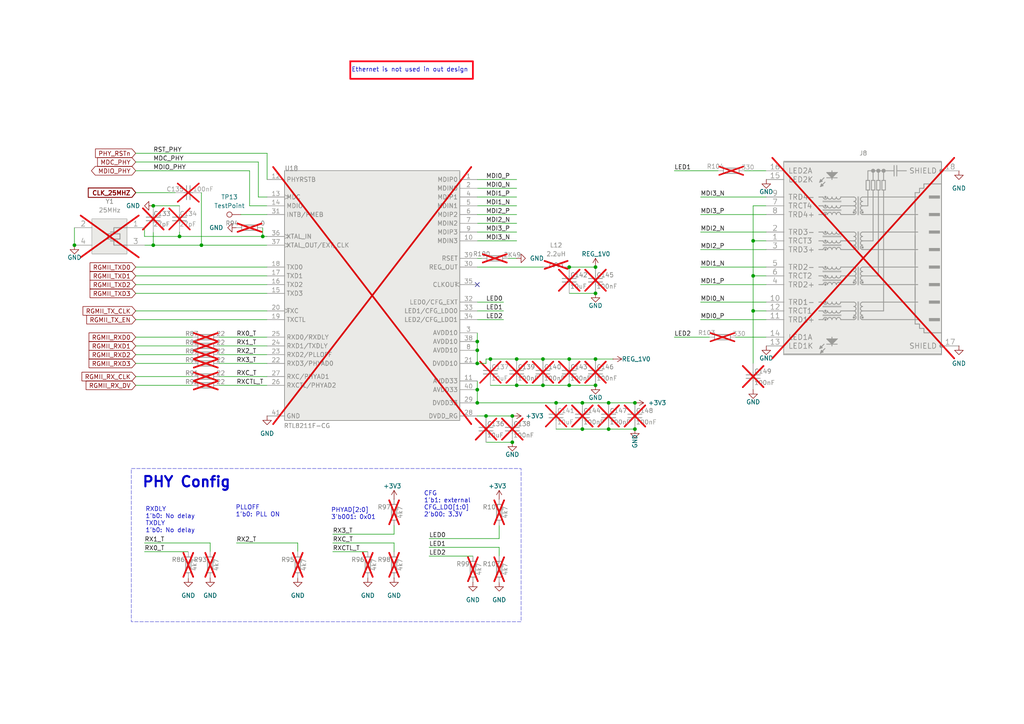
<source format=kicad_sch>
(kicad_sch (version 20250114) (generator "eeschema") (generator_version "9.0")
  (paper "A4")
  (title_block (date "2025-04-18") (rev "${rev}") (company "${name}") (comment 1 "${author}"))
  (bus_alias "RGMII" (members "RX0" "RX1" "RX2" "RX3" "RXC" "RXCTL" "TX0" "TX1" "TX2" "TX3" "TXC" "TXCTL"))
  (rectangle (start 38.1 135.89) (end 151.13 180.34) (stroke (width 0.1) (type dash)))
  (rectangle (start 101.6 17.78) (end 137.16 22.86) (stroke (width 0.508) (color 255 4 25 1)))
  (text "PLLOFF\n1'b0: PLL ON" (at 68.326 148.336 0) (effects (font (size 1.27 1.27)) (justify left)))
  (text "PHY Config" (at 54.102 139.954 0) (effects (font (size 3 3) (thickness 0.6) (bold yes))))
  (text "CFG\n1'b1: external\nCFG_LDO[1:0]\n2'b00: 3.3V" (at 122.936 146.304 0) (effects (font (size 1.27 1.27)) (justify left)))
  (text "RXDLY\n1'b0: No delay\nTXDLY\n1'b0: No delay" (at 42.164 150.876 0) (effects (font (size 1.27 1.27)) (justify left)))
  (text "Ethernet is not used in out design" (at 118.872 20.32 0) (effects (font (size 1.27 1.27))))
  (text "PHYAD[2:0]\n3'b001: 0x01" (at 96.012 149.098 0) (effects (font (size 1.27 1.27)) (justify left)))
  (junction (at 165.1 104.14))
  (junction (at 21.59 71.12))
  (junction (at 157.48 111.76))
  (junction (at 218.44 69.85))
  (junction (at 76.2 68.58))
  (junction (at 168.91 124.46))
  (junction (at 138.43 116.84))
  (junction (at 58.42 71.12))
  (junction (at 172.72 111.76))
  (junction (at 218.44 80.01))
  (junction (at 184.15 124.46))
  (junction (at 184.15 116.84))
  (junction (at 165.1 111.76))
  (junction (at 172.72 104.14))
  (junction (at 172.72 77.47))
  (junction (at 148.59 120.65))
  (junction (at 165.1 77.47))
  (junction (at 138.43 99.06))
  (junction (at 138.43 101.6))
  (junction (at 142.24 104.14))
  (junction (at 218.44 90.17))
  (junction (at 149.86 111.76))
  (junction (at 176.53 116.84))
  (junction (at 52.07 68.58))
  (junction (at 148.59 128.27))
  (junction (at 44.45 59.69))
  (junction (at 168.91 116.84))
  (junction (at 176.53 124.46))
  (junction (at 172.72 85.09))
  (junction (at 138.43 105.41))
  (junction (at 149.86 104.14))
  (junction (at 157.48 104.14))
  (junction (at 44.45 71.12))
  (junction (at 161.29 116.84))
  (junction (at 138.43 113.03))
  (junction (at 140.97 120.65))
  (no_connect (at 138.43 82.55))
  (wire (pts (xy 39.37 44.45) (xy 77.47 44.45)))
  (wire (pts (xy 218.44 80.01) (xy 218.44 90.17)))
  (wire (pts (xy 124.46 158.75) (xy 144.78 158.75)))
  (wire (pts (xy 218.44 69.85) (xy 218.44 80.01)))
  (wire (pts (xy 63.5 105.41) (xy 77.47 105.41)))
  (wire (pts (xy 203.2 77.47) (xy 222.25 77.47)))
  (wire (pts (xy 138.43 101.6) (xy 138.43 105.41)))
  (wire (pts (xy 168.91 124.46) (xy 161.29 124.46)))
  (wire (pts (xy 161.29 116.84) (xy 168.91 116.84)))
  (wire (pts (xy 203.2 82.55) (xy 222.25 82.55)))
  (wire (pts (xy 218.44 80.01) (xy 222.25 80.01)))
  (wire (pts (xy 74.93 57.15) (xy 74.93 46.99)))
  (wire (pts (xy 203.2 67.31) (xy 222.25 67.31)))
  (wire (pts (xy 149.86 111.76) (xy 157.48 111.76)))
  (wire (pts (xy 138.43 99.06) (xy 138.43 101.6)))
  (wire (pts (xy 96.52 157.48) (xy 114.3 157.48)))
  (wire (pts (xy 138.43 110.49) (xy 138.43 113.03)))
  (wire (pts (xy 138.43 74.93) (xy 139.7 74.93)))
  (wire (pts (xy 218.44 90.17) (xy 218.44 105.41)))
  (wire (pts (xy 138.43 52.07) (xy 149.86 52.07)))
  (wire (pts (xy 138.43 113.03) (xy 138.43 116.84)))
  (wire (pts (xy 218.44 90.17) (xy 222.25 90.17)))
  (wire (pts (xy 203.2 87.63) (xy 222.25 87.63)))
  (wire (pts (xy 39.37 92.71) (xy 77.47 92.71)))
  (wire (pts (xy 44.45 59.69) (xy 52.07 59.69)))
  (wire (pts (xy 124.46 156.21) (xy 144.78 156.21)))
  (wire (pts (xy 41.91 160.02) (xy 54.61 160.02)))
  (wire (pts (xy 39.37 46.99) (xy 74.93 46.99)))
  (wire (pts (xy 138.43 120.65) (xy 140.97 120.65)))
  (wire (pts (xy 39.37 55.88) (xy 50.8 55.88)))
  (wire (pts (xy 77.47 57.15) (xy 74.93 57.15)))
  (wire (pts (xy 168.91 124.46) (xy 176.53 124.46)))
  (wire (pts (xy 148.59 128.27) (xy 140.97 128.27)))
  (wire (pts (xy 39.37 102.87) (xy 55.88 102.87)))
  (wire (pts (xy 140.97 104.14) (xy 140.97 105.41)))
  (wire (pts (xy 63.5 100.33) (xy 77.47 100.33)))
  (wire (pts (xy 138.43 54.61) (xy 149.86 54.61)))
  (wire (pts (xy 138.43 59.69) (xy 149.86 59.69)))
  (wire (pts (xy 215.9 49.53) (xy 222.25 49.53)))
  (wire (pts (xy 77.47 68.58) (xy 76.2 68.58)))
  (wire (pts (xy 52.07 67.31) (xy 52.07 68.58)))
  (wire (pts (xy 41.91 71.12) (xy 44.45 71.12)))
  (wire (pts (xy 149.86 104.14) (xy 157.48 104.14)))
  (wire (pts (xy 203.2 62.23) (xy 222.25 62.23)))
  (wire (pts (xy 138.43 96.52) (xy 138.43 99.06)))
  (wire (pts (xy 157.48 111.76) (xy 165.1 111.76)))
  (wire (pts (xy 157.48 104.14) (xy 165.1 104.14)))
  (wire (pts (xy 96.52 154.94) (xy 114.3 154.94)))
  (wire (pts (xy 144.78 158.75) (xy 144.78 161.29)))
  (wire (pts (xy 138.43 64.77) (xy 149.86 64.77)))
  (wire (pts (xy 76.2 68.58) (xy 52.07 68.58)))
  (wire (pts (xy 72.39 59.69) (xy 72.39 49.53)))
  (wire (pts (xy 165.1 77.47) (xy 172.72 77.47)))
  (wire (pts (xy 147.32 74.93) (xy 149.86 74.93)))
  (wire (pts (xy 172.72 85.09) (xy 165.1 85.09)))
  (wire (pts (xy 124.46 161.29) (xy 137.16 161.29)))
  (wire (pts (xy 165.1 104.14) (xy 172.72 104.14)))
  (wire (pts (xy 203.2 57.15) (xy 222.25 57.15)))
  (wire (pts (xy 58.42 55.88) (xy 58.42 71.12)))
  (wire (pts (xy 114.3 154.94) (xy 114.3 152.4)))
  (wire (pts (xy 138.43 62.23) (xy 149.86 62.23)))
  (wire (pts (xy 21.59 66.04) (xy 21.59 71.12)))
  (wire (pts (xy 138.43 67.31) (xy 149.86 67.31)))
  (wire (pts (xy 60.96 157.48) (xy 60.96 160.02)))
  (wire (pts (xy 195.58 97.79) (xy 205.74 97.79)))
  (wire (pts (xy 77.47 52.07) (xy 77.47 44.45)))
  (wire (pts (xy 39.37 90.17) (xy 77.47 90.17)))
  (wire (pts (xy 176.53 116.84) (xy 184.15 116.84)))
  (wire (pts (xy 41.91 157.48) (xy 60.96 157.48)))
  (wire (pts (xy 222.25 59.69) (xy 218.44 59.69)))
  (wire (pts (xy 39.37 105.41) (xy 55.88 105.41)))
  (wire (pts (xy 44.45 71.12) (xy 58.42 71.12)))
  (wire (pts (xy 172.72 104.14) (xy 177.8 104.14)))
  (wire (pts (xy 63.5 102.87) (xy 77.47 102.87)))
  (wire (pts (xy 213.36 97.79) (xy 222.25 97.79)))
  (wire (pts (xy 63.5 111.76) (xy 77.47 111.76)))
  (wire (pts (xy 138.43 57.15) (xy 149.86 57.15)))
  (wire (pts (xy 203.2 92.71) (xy 222.25 92.71)))
  (wire (pts (xy 168.91 116.84) (xy 176.53 116.84)))
  (wire (pts (xy 39.37 109.22) (xy 55.88 109.22)))
  (wire (pts (xy 138.43 92.71) (xy 146.05 92.71)))
  (wire (pts (xy 140.97 105.41) (xy 138.43 105.41)))
  (wire (pts (xy 138.43 77.47) (xy 157.48 77.47)))
  (wire (pts (xy 39.37 85.09) (xy 77.47 85.09)))
  (wire (pts (xy 41.91 68.58) (xy 41.91 66.04)))
  (wire (pts (xy 39.37 49.53) (xy 72.39 49.53)))
  (wire (pts (xy 142.24 104.14) (xy 149.86 104.14)))
  (wire (pts (xy 140.97 104.14) (xy 142.24 104.14)))
  (wire (pts (xy 86.36 157.48) (xy 86.36 160.02)))
  (wire (pts (xy 138.43 69.85) (xy 149.86 69.85)))
  (wire (pts (xy 140.97 120.65) (xy 148.59 120.65)))
  (wire (pts (xy 39.37 80.01) (xy 77.47 80.01)))
  (wire (pts (xy 195.58 49.53) (xy 208.28 49.53)))
  (wire (pts (xy 39.37 100.33) (xy 55.88 100.33)))
  (wire (pts (xy 138.43 116.84) (xy 161.29 116.84)))
  (wire (pts (xy 69.85 62.23) (xy 77.47 62.23)))
  (wire (pts (xy 142.24 111.76) (xy 149.86 111.76)))
  (wire (pts (xy 218.44 69.85) (xy 222.25 69.85)))
  (wire (pts (xy 39.37 111.76) (xy 55.88 111.76)))
  (wire (pts (xy 76.2 66.04) (xy 76.2 68.58)))
  (wire (pts (xy 63.5 97.79) (xy 77.47 97.79)))
  (wire (pts (xy 77.47 59.69) (xy 72.39 59.69)))
  (wire (pts (xy 138.43 87.63) (xy 146.05 87.63)))
  (wire (pts (xy 176.53 124.46) (xy 184.15 124.46)))
  (wire (pts (xy 39.37 77.47) (xy 77.47 77.47)))
  (wire (pts (xy 44.45 67.31) (xy 44.45 71.12)))
  (wire (pts (xy 114.3 157.48) (xy 114.3 160.02)))
  (wire (pts (xy 63.5 109.22) (xy 77.47 109.22)))
  (wire (pts (xy 218.44 59.69) (xy 218.44 69.85)))
  (wire (pts (xy 165.1 111.76) (xy 172.72 111.76)))
  (wire (pts (xy 52.07 68.58) (xy 41.91 68.58)))
  (wire (pts (xy 138.43 90.17) (xy 146.05 90.17)))
  (wire (pts (xy 144.78 156.21) (xy 144.78 152.4)))
  (wire (pts (xy 58.42 71.12) (xy 77.47 71.12)))
  (wire (pts (xy 68.58 157.48) (xy 86.36 157.48)))
  (wire (pts (xy 203.2 72.39) (xy 222.25 72.39)))
  (wire (pts (xy 96.52 160.02) (xy 106.68 160.02)))
  (wire (pts (xy 39.37 97.79) (xy 55.88 97.79)))
  (wire (pts (xy 39.37 82.55) (xy 77.47 82.55)))
  (label "MDI0_N" (at 140.97 54.61 0))
  (label "MDC_PHY" (at 44.45 46.99 0))
  (label "MDI2_N" (at 203.2 67.31 0))
  (label "LED0" (at 124.46 156.21 0))
  (label "MDI2_P" (at 140.97 62.23 0))
  (label "RXC_T" (at 68.58 109.22 0))
  (label "LED1" (at 140.97 90.17 0))
  (label "MDI2_P" (at 203.2 72.39 0))
  (label "MDI3_P" (at 140.97 67.31 0))
  (label "RXCTL_T" (at 68.58 111.76 0))
  (label "LED2" (at 124.46 161.29 0))
  (label "LED0" (at 140.97 87.63 0))
  (label "MDI1_N" (at 140.97 59.69 0))
  (label "RST_PHY" (at 44.45 44.45 0))
  (label "MDI0_P" (at 140.97 52.07 0))
  (label "LED2" (at 195.58 97.79 0))
  (label "MDI1_P" (at 140.97 57.15 0))
  (label "LED1" (at 124.46 158.75 0))
  (label "MDIO_PHY" (at 44.45 49.53 0))
  (label "MDI1_N" (at 203.2 77.47 0))
  (label "RX2_T" (at 68.58 102.87 0))
  (label "RX1_T" (at 41.91 157.48 0))
  (label "MDI0_P" (at 203.2 92.71 0))
  (label "MDI3_P" (at 203.2 62.23 0))
  (label "MDI2_N" (at 140.97 64.77 0))
  (label "RXCTL_T" (at 96.52 160.02 0))
  (label "RX2_T" (at 68.58 157.48 0))
  (label "RX0_T" (at 68.58 97.79 0))
  (label "LED2" (at 140.97 92.71 0))
  (label "MDI1_P" (at 203.2 82.55 0))
  (label "MDI3_N" (at 140.97 69.85 0))
  (label "RX0_T" (at 41.91 160.02 0))
  (label "LED1" (at 195.58 49.53 0))
  (label "RXC_T" (at 96.52 157.48 0))
  (label "RX3_T" (at 96.52 154.94 0))
  (label "RX1_T" (at 68.58 100.33 0))
  (label "RX3_T" (at 68.58 105.41 0))
  (label "MDI0_N" (at 203.2 87.63 0))
  (label "MDI3_N" (at 203.2 57.15 0))
  (global_label "RGMII_TXD2" (shape input) (at 39.37 82.55 180) (effects (font (thickness 0.1588))) (property "Intersheetrefs" "${INTERSHEET_REFS}" (effects (hide yes))))
  (global_label "RGMII_TXD3" (shape input) (at 39.37 85.09 180) (effects (font (thickness 0.1588))) (property "Intersheetrefs" "${INTERSHEET_REFS}" (effects (hide yes))))
  (global_label "RGMII_RXD2" (shape input) (at 39.37 102.87 180) (effects (font (thickness 0.1588))) (property "Intersheetrefs" "${INTERSHEET_REFS}" (effects (hide yes))))
  (global_label "RGMII_RXD0" (shape input) (at 39.37 97.79 180) (effects (font (thickness 0.1588))) (property "Intersheetrefs" "${INTERSHEET_REFS}" (effects (hide yes))))
  (global_label "RGMII_RX_CLK" (shape input) (at 39.37 109.22 180) (effects (font (thickness 0.1588))) (property "Intersheetrefs" "${INTERSHEET_REFS}" (effects (hide yes))))
  (global_label "PHY_RSTn" (shape input) (at 39.37 44.45 180) (effects (font (thickness 0.1588))) (property "Intersheetrefs" "${INTERSHEET_REFS}" (effects (hide yes))))
  (global_label "RGMII_RXD1" (shape input) (at 39.37 100.33 180) (effects (font (thickness 0.1588))) (property "Intersheetrefs" "${INTERSHEET_REFS}" (effects (hide yes))))
  (global_label "RGMII_TXD1" (shape input) (at 39.37 80.01 180) (effects (font (thickness 0.1588))) (property "Intersheetrefs" "${INTERSHEET_REFS}" (effects (hide yes))))
  (global_label "MDIO_PHY" (shape bidirectional) (at 39.37 49.53 180) (property "Intersheetrefs" "${INTERSHEET_REFS}" (effects (hide yes))))
  (global_label "CLK_25MHZ" (shape input) (at 39.37 55.88 180) (effects (font (thickness 0.254) (bold yes))) (property "Intersheetrefs" "${INTERSHEET_REFS}" (effects (hide yes))))
  (global_label "RGMII_RXD3" (shape input) (at 39.37 105.41 180) (effects (font (thickness 0.1588))) (property "Intersheetrefs" "${INTERSHEET_REFS}" (effects (hide yes))))
  (global_label "RGMII_RX_DV" (shape input) (at 39.37 111.76 180) (effects (font (thickness 0.1588))) (property "Intersheetrefs" "${INTERSHEET_REFS}" (effects (hide yes))))
  (global_label "RGMII_TX_EN" (shape input) (at 39.37 92.71 180) (effects (font (thickness 0.1588))) (property "Intersheetrefs" "${INTERSHEET_REFS}" (effects (hide yes))))
  (global_label "MDC_PHY" (shape input) (at 39.37 46.99 180) (property "Intersheetrefs" "${INTERSHEET_REFS}" (effects (hide yes))))
  (global_label "RGMII_TXD0" (shape input) (at 39.37 77.47 180) (effects (font (thickness 0.1588))) (property "Intersheetrefs" "${INTERSHEET_REFS}" (effects (hide yes))))
  (global_label "RGMII_TX_CLK" (shape input) (at 39.37 90.17 180) (effects (font (thickness 0.1588))) (property "Intersheetrefs" "${INTERSHEET_REFS}" (effects (hide yes))))
  (symbol (lib_id "power:GND") (at 114.3 167.64 0) (unit 1)
    (property "Reference" "#PWR0188" (effects (hide yes)))
    (property "Value" "GND" (at 114.3 172.72 0))
    (property "Description" "Power symbol creates a global label with name \"GND\" , ground" (effects (hide yes)))
  )
  (symbol (lib_id "power:GND") (at 54.61 167.64 0) (unit 1)
    (property "Reference" "#PWR0181" (effects (hide yes)))
    (property "Value" "GND" (at 54.61 172.72 0))
    (property "Description" "Power symbol creates a global label with name \"GND\" , ground" (effects (hide yes)))
  )
  (symbol (lib_id "power:GND") (at 278.13 49.53 0) (unit 1)
    (property "Reference" "#PWR0204" (effects (hide yes)))
    (property "Value" "GND" (at 278.13 54.61 0))
    (property "Description" "Power symbol creates a global label with name \"GND\" , ground" (effects (hide yes)))
  )
  (symbol (lib_id "power:GND") (at 218.44 113.03 0) (unit 1)
    (property "Reference" "#PWR0201" (effects (hide yes)))
    (property "Value" "GND" (at 218.44 116.586 0))
    (property "Description" "Power symbol creates a global label with name \"GND\" , ground" (effects (hide yes)))
  )
  (symbol (lib_id "Capacitors SMD:CC0402_100NF_50V_10%_X7R") (at 148.59 128.27 90) (unit 1) (dnp yes)
    (property "Reference" "C138" (at 148.844 122.936 90) (effects (justify right)))
    (property "Value" "CC0402_100NF_50V_10%_X7R" (effects (hide yes)))
    (property "Footprint" "Capacitors SMD:CAPC1005X55N" (effects (hide yes)))
    (property "Datasheet" "\\\\cern.ch\\dfs\\Applications\\Altium\\Datasheets\\CC0402_MURATA_GRM155R71H104KE14D.pdf" (effects (hide yes)))
    (property "Description" "SMD Multilayer Chip Ceramic Capacitor" (effects (hide yes)))
    (property "Val" "100nF" (at 148.844 126.238 90) (effects (justify right)))
    (property "Part Number" "CC0402_100NF_50V_10%_X7R" (effects (hide yes)))
    (property "Library Ref" "Capacitor - non polarized" (effects (hide yes)))
    (property "Library Path" "SchLib\\Capacitors.SchLib" (effects (hide yes)))
    (property "Comment" "100nF" (effects (hide yes)))
    (property "Component Kind" "Standard" (effects (hide yes)))
    (property "Component Type" "Standard" (effects (hide yes)))
    (property "Pin Count" "2" (effects (hide yes)))
    (property "Footprint Path" "PcbLib\\Capacitors SMD.PcbLib" (effects (hide yes)))
    (property "Footprint Ref" "CAPC1005X55N" (effects (hide yes)))
    (property "PackageDescription" " " (effects (hide yes)))
    (property "Status" "None" (effects (hide yes)))
    (property "Status Comment" " " (effects (hide yes)))
    (property "Voltage" "50V" (effects (hide yes)))
    (property "TC" "X7R" (effects (hide yes)))
    (property "Tolerance" "±10%" (effects (hide yes)))
    (property "Part Description" "SMD Multilayer Chip Ceramic Capacitor" (effects (hide yes)))
    (property "Manufacturer" "GENERIC" (effects (hide yes)))
    (property "Manufacturer Part Number" "CC0402_100NF_50V_10%_X7R" (effects (hide yes)))
    (property "Case" "0402" (effects (hide yes)))
    (property "Mounted" "Yes" (effects (hide yes)))
    (property "Socket" "No" (effects (hide yes)))
    (property "SMD" "Yes" (effects (hide yes)))
    (property "PressFit" " " (effects (hide yes)))
    (property "Sense" "No" (effects (hide yes)))
    (property "Sense Comment" " " (effects (hide yes)))
    (property "ComponentHeight" " " (effects (hide yes)))
    (property "Manufacturer1 Example" "MURATA" (effects (hide yes)))
    (property "Manufacturer1 Part Number" "GRM155R71H104KE14D" (effects (hide yes)))
    (property "Manufacturer1 ComponentHeight" "0.55mm" (effects (hide yes)))
    (property "HelpURL" "\\\\cern.ch\\dfs\\Applications\\Altium\\Datasheets\\CC0402_MURATA_GRM155R71H104KE14D.pdf" (effects (hide yes)))
    (property "Author" "CERN DEM MR" (effects (hide yes)))
    (property "CreateDate" "06/30/17 00:00:00" (effects (hide yes)))
    (property "LatestRevisionDate" "06/30/17 00:00:00" (effects (hide yes)))
    (property "Database Table Name" "Capacitors" (effects (hide yes)))
    (property "Library Name" "Capacitors SMD" (effects (hide yes)))
    (property "Footprint Library" "Capacitors SMD" (effects (hide yes)))
    (property "License" "CC-BY-SA 4.0" (effects (hide yes)))
  )
  (symbol (lib_id "Capacitors SMD:CC0402_100NF_50V_10%_X7R") (at 168.91 124.46 90) (unit 1) (dnp yes)
    (property "Reference" "C144" (at 169.164 119.126 90) (effects (justify right)))
    (property "Value" "CC0402_100NF_50V_10%_X7R" (effects (hide yes)))
    (property "Footprint" "Capacitors SMD:CAPC1005X55N" (effects (hide yes)))
    (property "Datasheet" "\\\\cern.ch\\dfs\\Applications\\Altium\\Datasheets\\CC0402_MURATA_GRM155R71H104KE14D.pdf" (effects (hide yes)))
    (property "Description" "SMD Multilayer Chip Ceramic Capacitor" (effects (hide yes)))
    (property "Val" "100nF" (at 169.164 122.428 90) (effects (justify right)))
    (property "Part Number" "CC0402_100NF_50V_10%_X7R" (effects (hide yes)))
    (property "Library Ref" "Capacitor - non polarized" (effects (hide yes)))
    (property "Library Path" "SchLib\\Capacitors.SchLib" (effects (hide yes)))
    (property "Comment" "100nF" (effects (hide yes)))
    (property "Component Kind" "Standard" (effects (hide yes)))
    (property "Component Type" "Standard" (effects (hide yes)))
    (property "Pin Count" "2" (effects (hide yes)))
    (property "Footprint Path" "PcbLib\\Capacitors SMD.PcbLib" (effects (hide yes)))
    (property "Footprint Ref" "CAPC1005X55N" (effects (hide yes)))
    (property "PackageDescription" " " (effects (hide yes)))
    (property "Status" "None" (effects (hide yes)))
    (property "Status Comment" " " (effects (hide yes)))
    (property "Voltage" "50V" (effects (hide yes)))
    (property "TC" "X7R" (effects (hide yes)))
    (property "Tolerance" "±10%" (effects (hide yes)))
    (property "Part Description" "SMD Multilayer Chip Ceramic Capacitor" (effects (hide yes)))
    (property "Manufacturer" "GENERIC" (effects (hide yes)))
    (property "Manufacturer Part Number" "CC0402_100NF_50V_10%_X7R" (effects (hide yes)))
    (property "Case" "0402" (effects (hide yes)))
    (property "Mounted" "Yes" (effects (hide yes)))
    (property "Socket" "No" (effects (hide yes)))
    (property "SMD" "Yes" (effects (hide yes)))
    (property "PressFit" " " (effects (hide yes)))
    (property "Sense" "No" (effects (hide yes)))
    (property "Sense Comment" " " (effects (hide yes)))
    (property "ComponentHeight" " " (effects (hide yes)))
    (property "Manufacturer1 Example" "MURATA" (effects (hide yes)))
    (property "Manufacturer1 Part Number" "GRM155R71H104KE14D" (effects (hide yes)))
    (property "Manufacturer1 ComponentHeight" "0.55mm" (effects (hide yes)))
    (property "HelpURL" "\\\\cern.ch\\dfs\\Applications\\Altium\\Datasheets\\CC0402_MURATA_GRM155R71H104KE14D.pdf" (effects (hide yes)))
    (property "Author" "CERN DEM MR" (effects (hide yes)))
    (property "CreateDate" "06/30/17 00:00:00" (effects (hide yes)))
    (property "LatestRevisionDate" "06/30/17 00:00:00" (effects (hide yes)))
    (property "Database Table Name" "Capacitors" (effects (hide yes)))
    (property "Library Name" "Capacitors SMD" (effects (hide yes)))
    (property "Footprint Library" "Capacitors SMD" (effects (hide yes)))
    (property "License" "CC-BY-SA 4.0" (effects (hide yes)))
  )
  (symbol (lib_id "Resistors SMD:R0402_4K7_1%_0.0625W_100PPM") (at 144.78 168.91 90) (unit 1) (dnp yes)
    (property "Reference" "R102" (at 139.954 163.576 90) (effects (justify right)))
    (property "Value" "R0402_4K7_1%_0.0625W_100PPM" (effects (hide yes)))
    (property "Footprint" "Resistors SMD:RESC1005X40N" (effects (hide yes)))
    (property "Datasheet" "\\\\cern.ch\\dfs\\Applications\\Altium\\Datasheets\\R0402_Phycomp_RC0402.pdf" (effects (hide yes)))
    (property "Description" "General Purpose Thick Film Chip Resistor" (effects (hide yes)))
    (property "Tolerance" "±1%" (at 144.78 165.1 0) (effects (font (size 0.635 0.635))))
    (property "Val" "4k7" (at 146.558 165.1 0))
    (property "Part Number" "R0402_4K7_1%_0.0625W_100PPM" (effects (hide yes)))
    (property "Library Ref" "Resistor - 1%" (effects (hide yes)))
    (property "Library Path" "SchLib\\Resistors.SchLib" (effects (hide yes)))
    (property "Comment" "4k7" (effects (hide yes)))
    (property "Component Kind" "Standard" (effects (hide yes)))
    (property "Component Type" "Standard" (effects (hide yes)))
    (property "PackageDescription" " " (effects (hide yes)))
    (property "Pin Count" "2" (effects (hide yes)))
    (property "Footprint Path" "PcbLib\\Resistors SMD.PcbLib" (effects (hide yes)))
    (property "Footprint Ref" "RESC1005X40N" (effects (hide yes)))
    (property "Status" "Not Recommended" (effects (hide yes)))
    (property "Power" "0.0625W" (effects (hide yes)))
    (property "TC" "±100ppm/°C" (effects (hide yes)))
    (property "Voltage" " " (effects (hide yes)))
    (property "Part Description" "General Purpose Thick Film Chip Resistor" (effects (hide yes)))
    (property "Manufacturer" "GENERIC" (effects (hide yes)))
    (property "Manufacturer Part Number" "R0402_4K7_1%_0.0625W_100PPM" (effects (hide yes)))
    (property "Case" "0402" (effects (hide yes)))
    (property "PressFit" "No" (effects (hide yes)))
    (property "Mounted" "Yes" (effects (hide yes)))
    (property "Sense Comment" " " (effects (hide yes)))
    (property "Sense" "No" (effects (hide yes)))
    (property "Status Comment" " " (effects (hide yes)))
    (property "Socket" "No" (effects (hide yes)))
    (property "SMD" "Yes" (effects (hide yes)))
    (property "ComponentHeight" " " (effects (hide yes)))
    (property "Manufacturer1 Example" "YAGEO PHYCOMP" (effects (hide yes)))
    (property "Manufacturer1 Part Number" "232270674702L" (effects (hide yes)))
    (property "Manufacturer1 ComponentHeight" "0.4mm" (effects (hide yes)))
    (property "HelpURL" "\\\\cern.ch\\dfs\\Applications\\Altium\\Datasheets\\R0402_Phycomp_RC0402.pdf" (effects (hide yes)))
    (property "Author" "CERN DEM JLC" (effects (hide yes)))
    (property "CreateDate" "12/03/07 00:00:00" (effects (hide yes)))
    (property "LatestRevisionDate" "10/17/12 00:00:00" (effects (hide yes)))
    (property "Database Table Name" "Resistors" (effects (hide yes)))
    (property "Library Name" "Resistors SMD" (effects (hide yes)))
    (property "Footprint Library" "Resistors SMD" (effects (hide yes)))
    (property "License" "CC-BY-SA 4.0" (effects (hide yes)))
  )
  (symbol (lib_id "Resistors SMD:R0402_4K7_1%_0.0625W_100PPM") (at 106.68 167.64 90) (unit 1) (dnp yes)
    (property "Reference" "R96" (at 101.854 162.306 90) (effects (justify right)))
    (property "Value" "R0402_4K7_1%_0.0625W_100PPM" (effects (hide yes)))
    (property "Footprint" "Resistors SMD:RESC1005X40N" (effects (hide yes)))
    (property "Datasheet" "\\\\cern.ch\\dfs\\Applications\\Altium\\Datasheets\\R0402_Phycomp_RC0402.pdf" (effects (hide yes)))
    (property "Description" "General Purpose Thick Film Chip Resistor" (effects (hide yes)))
    (property "Tolerance" "±1%" (at 106.68 163.83 0) (effects (font (size 0.635 0.635))))
    (property "Val" "4k7" (at 108.458 163.83 0))
    (property "Part Number" "R0402_4K7_1%_0.0625W_100PPM" (effects (hide yes)))
    (property "Library Ref" "Resistor - 1%" (effects (hide yes)))
    (property "Library Path" "SchLib\\Resistors.SchLib" (effects (hide yes)))
    (property "Comment" "4k7" (effects (hide yes)))
    (property "Component Kind" "Standard" (effects (hide yes)))
    (property "Component Type" "Standard" (effects (hide yes)))
    (property "PackageDescription" " " (effects (hide yes)))
    (property "Pin Count" "2" (effects (hide yes)))
    (property "Footprint Path" "PcbLib\\Resistors SMD.PcbLib" (effects (hide yes)))
    (property "Footprint Ref" "RESC1005X40N" (effects (hide yes)))
    (property "Status" "Not Recommended" (effects (hide yes)))
    (property "Power" "0.0625W" (effects (hide yes)))
    (property "TC" "±100ppm/°C" (effects (hide yes)))
    (property "Voltage" " " (effects (hide yes)))
    (property "Part Description" "General Purpose Thick Film Chip Resistor" (effects (hide yes)))
    (property "Manufacturer" "GENERIC" (effects (hide yes)))
    (property "Manufacturer Part Number" "R0402_4K7_1%_0.0625W_100PPM" (effects (hide yes)))
    (property "Case" "0402" (effects (hide yes)))
    (property "PressFit" "No" (effects (hide yes)))
    (property "Mounted" "Yes" (effects (hide yes)))
    (property "Sense Comment" " " (effects (hide yes)))
    (property "Sense" "No" (effects (hide yes)))
    (property "Status Comment" " " (effects (hide yes)))
    (property "Socket" "No" (effects (hide yes)))
    (property "SMD" "Yes" (effects (hide yes)))
    (property "ComponentHeight" " " (effects (hide yes)))
    (property "Manufacturer1 Example" "YAGEO PHYCOMP" (effects (hide yes)))
    (property "Manufacturer1 Part Number" "232270674702L" (effects (hide yes)))
    (property "Manufacturer1 ComponentHeight" "0.4mm" (effects (hide yes)))
    (property "HelpURL" "\\\\cern.ch\\dfs\\Applications\\Altium\\Datasheets\\R0402_Phycomp_RC0402.pdf" (effects (hide yes)))
    (property "Author" "CERN DEM JLC" (effects (hide yes)))
    (property "CreateDate" "12/03/07 00:00:00" (effects (hide yes)))
    (property "LatestRevisionDate" "10/17/12 00:00:00" (effects (hide yes)))
    (property "Database Table Name" "Resistors" (effects (hide yes)))
    (property "Library Name" "Resistors SMD" (effects (hide yes)))
    (property "Footprint Library" "Resistors SMD" (effects (hide yes)))
    (property "License" "CC-BY-SA 4.0" (effects (hide yes)))
  )
  (symbol (lib_id "power:GND") (at 184.15 124.46 0) (unit 1)
    (property "Reference" "#PWR0200" (effects (hide yes)))
    (property "Value" "GND" (at 184.15 128.016 90))
    (property "Description" "Power symbol creates a global label with name \"GND\" , ground" (effects (hide yes)))
  )
  (symbol (lib_id "power:+1V0") (at 144.78 144.78 0) (unit 1)
    (property "Reference" "#PWR0190" (effects (hide yes)))
    (property "Value" "+3V3" (at 144.272 140.97 0))
    (property "Description" "Power symbol creates a global label with name \"+1V0\"" (effects (hide yes)))
  )
  (symbol (lib_id "Resistors SMD:R0402_22R_1%_0.0625W_100PPM") (at 55.88 111.76 0) (unit 1) (dnp yes)
    (property "Reference" "R92" (at 55.626 110.744 0))
    (property "Value" "R0402_22R_1%_0.0625W_100PPM" (effects (hide yes)))
    (property "Footprint" "Resistors SMD:RESC1005X40N" (effects (hide yes)))
    (property "Datasheet" "\\\\cern.ch\\dfs\\Applications\\Altium\\Datasheets\\R0402_Phycomp_RC0402.pdf" (effects (hide yes)))
    (property "Description" "General Purpose Thick Film Chip Resistor" (effects (hide yes)))
    (property "Tolerance" "±1%" (at 59.69 111.76 0) (effects (font (size 0.635 0.635))))
    (property "Val" "22" (at 64.008 110.744 0))
    (property "Part Number" "R0402_22R_1%_0.0625W_100PPM" (effects (hide yes)))
    (property "Library Ref" "Resistor - 1%" (effects (hide yes)))
    (property "Library Path" "SchLib\\Resistors.SchLib" (effects (hide yes)))
    (property "Comment" "22" (effects (hide yes)))
    (property "Component Kind" "Standard" (effects (hide yes)))
    (property "Component Type" "Standard" (effects (hide yes)))
    (property "PackageDescription" " " (effects (hide yes)))
    (property "Pin Count" "2" (effects (hide yes)))
    (property "Footprint Path" "PcbLib\\Resistors SMD.PcbLib" (effects (hide yes)))
    (property "Footprint Ref" "RESC1005X40N" (effects (hide yes)))
    (property "Status" "Not Recommended" (effects (hide yes)))
    (property "Power" "0.0625W" (effects (hide yes)))
    (property "TC" "±100ppm/°C" (effects (hide yes)))
    (property "Voltage" " " (effects (hide yes)))
    (property "Part Description" "General Purpose Thick Film Chip Resistor" (effects (hide yes)))
    (property "Manufacturer" "GENERIC" (effects (hide yes)))
    (property "Manufacturer Part Number" "R0402_22R_1%_0.0625W_100PPM" (effects (hide yes)))
    (property "Case" "0402" (effects (hide yes)))
    (property "PressFit" "No" (effects (hide yes)))
    (property "Mounted" "Yes" (effects (hide yes)))
    (property "Sense Comment" " " (effects (hide yes)))
    (property "Sense" "No" (effects (hide yes)))
    (property "Status Comment" " " (effects (hide yes)))
    (property "Socket" "No" (effects (hide yes)))
    (property "SMD" "Yes" (effects (hide yes)))
    (property "ComponentHeight" " " (effects (hide yes)))
    (property "Manufacturer1 Example" "YAGEO PHYCOMP" (effects (hide yes)))
    (property "Manufacturer1 Part Number" "232270672209L" (effects (hide yes)))
    (property "Manufacturer1 ComponentHeight" "0.4mm" (effects (hide yes)))
    (property "HelpURL" "\\\\cern.ch\\dfs\\Applications\\Altium\\Datasheets\\R0402_Phycomp_RC0402.pdf" (effects (hide yes)))
    (property "Author" "CERN DEM JLC" (effects (hide yes)))
    (property "CreateDate" "12/03/07 00:00:00" (effects (hide yes)))
    (property "LatestRevisionDate" "10/17/12 00:00:00" (effects (hide yes)))
    (property "Database Table Name" "Resistors" (effects (hide yes)))
    (property "Library Name" "Resistors SMD" (effects (hide yes)))
    (property "Footprint Library" "Resistors SMD" (effects (hide yes)))
    (property "License" "CC-BY-SA 4.0" (effects (hide yes)))
  )
  (symbol (lib_id "Connector:TestPoint") (at 69.85 62.23 90) (unit 1)
    (property "Reference" "TP13" (at 66.548 57.15 90))
    (property "Value" "TestPoint" (at 66.548 59.69 90))
    (property "Footprint" "TestPoint:TestPoint_Pad_D1.5mm" (effects (hide yes)))
    (property "Description" "test point" (effects (hide yes)))
  )
  (symbol (lib_id "Capacitors SMD:CC0402_100NF_50V_10%_X7R") (at 149.86 111.76 90) (unit 1) (dnp yes)
    (property "Reference" "C139" (at 150.114 106.426 90) (effects (justify right)))
    (property "Value" "CC0402_100NF_50V_10%_X7R" (effects (hide yes)))
    (property "Footprint" "Capacitors SMD:CAPC1005X55N" (effects (hide yes)))
    (property "Datasheet" "\\\\cern.ch\\dfs\\Applications\\Altium\\Datasheets\\CC0402_MURATA_GRM155R71H104KE14D.pdf" (effects (hide yes)))
    (property "Description" "SMD Multilayer Chip Ceramic Capacitor" (effects (hide yes)))
    (property "Val" "100nF" (at 150.114 109.728 90) (effects (justify right)))
    (property "Part Number" "CC0402_100NF_50V_10%_X7R" (effects (hide yes)))
    (property "Library Ref" "Capacitor - non polarized" (effects (hide yes)))
    (property "Library Path" "SchLib\\Capacitors.SchLib" (effects (hide yes)))
    (property "Comment" "100nF" (effects (hide yes)))
    (property "Component Kind" "Standard" (effects (hide yes)))
    (property "Component Type" "Standard" (effects (hide yes)))
    (property "Pin Count" "2" (effects (hide yes)))
    (property "Footprint Path" "PcbLib\\Capacitors SMD.PcbLib" (effects (hide yes)))
    (property "Footprint Ref" "CAPC1005X55N" (effects (hide yes)))
    (property "PackageDescription" " " (effects (hide yes)))
    (property "Status" "None" (effects (hide yes)))
    (property "Status Comment" " " (effects (hide yes)))
    (property "Voltage" "50V" (effects (hide yes)))
    (property "TC" "X7R" (effects (hide yes)))
    (property "Tolerance" "±10%" (effects (hide yes)))
    (property "Part Description" "SMD Multilayer Chip Ceramic Capacitor" (effects (hide yes)))
    (property "Manufacturer" "GENERIC" (effects (hide yes)))
    (property "Manufacturer Part Number" "CC0402_100NF_50V_10%_X7R" (effects (hide yes)))
    (property "Case" "0402" (effects (hide yes)))
    (property "Mounted" "Yes" (effects (hide yes)))
    (property "Socket" "No" (effects (hide yes)))
    (property "SMD" "Yes" (effects (hide yes)))
    (property "PressFit" " " (effects (hide yes)))
    (property "Sense" "No" (effects (hide yes)))
    (property "Sense Comment" " " (effects (hide yes)))
    (property "ComponentHeight" " " (effects (hide yes)))
    (property "Manufacturer1 Example" "MURATA" (effects (hide yes)))
    (property "Manufacturer1 Part Number" "GRM155R71H104KE14D" (effects (hide yes)))
    (property "Manufacturer1 ComponentHeight" "0.55mm" (effects (hide yes)))
    (property "HelpURL" "\\\\cern.ch\\dfs\\Applications\\Altium\\Datasheets\\CC0402_MURATA_GRM155R71H104KE14D.pdf" (effects (hide yes)))
    (property "Author" "CERN DEM MR" (effects (hide yes)))
    (property "CreateDate" "06/30/17 00:00:00" (effects (hide yes)))
    (property "LatestRevisionDate" "06/30/17 00:00:00" (effects (hide yes)))
    (property "Database Table Name" "Capacitors" (effects (hide yes)))
    (property "Library Name" "Capacitors SMD" (effects (hide yes)))
    (property "Footprint Library" "Capacitors SMD" (effects (hide yes)))
    (property "License" "CC-BY-SA 4.0" (effects (hide yes)))
  )
  (symbol (lib_id "power:GND") (at 278.13 100.33 0) (unit 1)
    (property "Reference" "#PWR0205" (effects (hide yes)))
    (property "Value" "GND" (at 278.13 105.41 0))
    (property "Description" "Power symbol creates a global label with name \"GND\" , ground" (effects (hide yes)))
  )
  (symbol (lib_id "Resistors SMD:R0402_22R_1%_0.0625W_100PPM") (at 55.88 102.87 0) (unit 1) (dnp yes)
    (property "Reference" "R89" (at 55.626 101.854 0))
    (property "Value" "R0402_22R_1%_0.0625W_100PPM" (effects (hide yes)))
    (property "Footprint" "Resistors SMD:RESC1005X40N" (effects (hide yes)))
    (property "Datasheet" "\\\\cern.ch\\dfs\\Applications\\Altium\\Datasheets\\R0402_Phycomp_RC0402.pdf" (effects (hide yes)))
    (property "Description" "General Purpose Thick Film Chip Resistor" (effects (hide yes)))
    (property "Tolerance" "±1%" (at 59.69 102.87 0) (effects (font (size 0.635 0.635))))
    (property "Val" "22" (at 64.008 101.854 0))
    (property "Part Number" "R0402_22R_1%_0.0625W_100PPM" (effects (hide yes)))
    (property "Library Ref" "Resistor - 1%" (effects (hide yes)))
    (property "Library Path" "SchLib\\Resistors.SchLib" (effects (hide yes)))
    (property "Comment" "22" (effects (hide yes)))
    (property "Component Kind" "Standard" (effects (hide yes)))
    (property "Component Type" "Standard" (effects (hide yes)))
    (property "PackageDescription" " " (effects (hide yes)))
    (property "Pin Count" "2" (effects (hide yes)))
    (property "Footprint Path" "PcbLib\\Resistors SMD.PcbLib" (effects (hide yes)))
    (property "Footprint Ref" "RESC1005X40N" (effects (hide yes)))
    (property "Status" "Not Recommended" (effects (hide yes)))
    (property "Power" "0.0625W" (effects (hide yes)))
    (property "TC" "±100ppm/°C" (effects (hide yes)))
    (property "Voltage" " " (effects (hide yes)))
    (property "Part Description" "General Purpose Thick Film Chip Resistor" (effects (hide yes)))
    (property "Manufacturer" "GENERIC" (effects (hide yes)))
    (property "Manufacturer Part Number" "R0402_22R_1%_0.0625W_100PPM" (effects (hide yes)))
    (property "Case" "0402" (effects (hide yes)))
    (property "PressFit" "No" (effects (hide yes)))
    (property "Mounted" "Yes" (effects (hide yes)))
    (property "Sense Comment" " " (effects (hide yes)))
    (property "Sense" "No" (effects (hide yes)))
    (property "Status Comment" " " (effects (hide yes)))
    (property "Socket" "No" (effects (hide yes)))
    (property "SMD" "Yes" (effects (hide yes)))
    (property "ComponentHeight" " " (effects (hide yes)))
    (property "Manufacturer1 Example" "YAGEO PHYCOMP" (effects (hide yes)))
    (property "Manufacturer1 Part Number" "232270672209L" (effects (hide yes)))
    (property "Manufacturer1 ComponentHeight" "0.4mm" (effects (hide yes)))
    (property "HelpURL" "\\\\cern.ch\\dfs\\Applications\\Altium\\Datasheets\\R0402_Phycomp_RC0402.pdf" (effects (hide yes)))
    (property "Author" "CERN DEM JLC" (effects (hide yes)))
    (property "CreateDate" "12/03/07 00:00:00" (effects (hide yes)))
    (property "LatestRevisionDate" "10/17/12 00:00:00" (effects (hide yes)))
    (property "Database Table Name" "Resistors" (effects (hide yes)))
    (property "Library Name" "Resistors SMD" (effects (hide yes)))
    (property "Footprint Library" "Resistors SMD" (effects (hide yes)))
    (property "License" "CC-BY-SA 4.0" (effects (hide yes)))
  )
  (symbol (lib_id "Resistors SMD:R0402_2K49_1%_0.063W_100PPM") (at 139.7 74.93 0) (unit 1) (dnp yes)
    (property "Reference" "R100" (at 139.7 73.66 0))
    (property "Value" "R0402_2K49_1%_0.063W_100PPM" (effects (hide yes)))
    (property "Footprint" "Resistors SMD:RESC1005X40N" (effects (hide yes)))
    (property "Datasheet" "\\\\cern.ch\\dfs\\Applications\\Altium\\Datasheets\\R0402_VISHAY_CRCW e3.pdf" (effects (hide yes)))
    (property "Description" "General Purpose Thick Film Chip Resistor" (effects (hide yes)))
    (property "Tolerance" "±1%" (at 143.51 74.93 0) (effects (font (size 0.635 0.635))))
    (property "Val" "2K49" (at 148.59 73.914 0))
    (property "Part Number" "R0402_2K49_1%_0.063W_100PPM" (effects (hide yes)))
    (property "Library Ref" "Resistor - 1%" (effects (hide yes)))
    (property "Library Path" "SchLib\\Resistors.SchLib" (effects (hide yes)))
    (property "Comment" "2K49" (effects (hide yes)))
    (property "Component Kind" "Standard" (effects (hide yes)))
    (property "Component Type" "Standard" (effects (hide yes)))
    (property "PackageDescription" " " (effects (hide yes)))
    (property "Pin Count" "2" (effects (hide yes)))
    (property "Footprint Path" "PcbLib\\Resistors SMD.PcbLib" (effects (hide yes)))
    (property "Footprint Ref" "RESC1005X40N" (effects (hide yes)))
    (property "Status" "None" (effects (hide yes)))
    (property "Power" "0.063W" (effects (hide yes)))
    (property "TC" "±100ppm/°C" (effects (hide yes)))
    (property "Voltage" " " (effects (hide yes)))
    (property "Part Description" "General Purpose Thick Film Chip Resistor" (effects (hide yes)))
    (property "Manufacturer" "GENERIC" (effects (hide yes)))
    (property "Manufacturer Part Number" "R0402_2K49_1%_0.063W_100PPM" (effects (hide yes)))
    (property "Case" "0402" (effects (hide yes)))
    (property "PressFit" "No" (effects (hide yes)))
    (property "Mounted" "Yes" (effects (hide yes)))
    (property "Sense Comment" " " (effects (hide yes)))
    (property "Sense" "No" (effects (hide yes)))
    (property "Status Comment" " " (effects (hide yes)))
    (property "Socket" "No" (effects (hide yes)))
    (property "SMD" "Yes" (effects (hide yes)))
    (property "ComponentHeight" " " (effects (hide yes)))
    (property "Manufacturer1 Example" "VISHAY" (effects (hide yes)))
    (property "Manufacturer1 Part Number" "CRCW04022K49FK" (effects (hide yes)))
    (property "Manufacturer1 ComponentHeight" "0.4mm" (effects (hide yes)))
    (property "HelpURL" "\\\\cern.ch\\dfs\\Applications\\Altium\\Datasheets\\R0402_VISHAY_CRCW e3.pdf" (effects (hide yes)))
    (property "Author" "CERN DEM BC" (effects (hide yes)))
    (property "CreateDate" "01/10/20 00:00:00" (effects (hide yes)))
    (property "LatestRevisionDate" "01/10/20 00:00:00" (effects (hide yes)))
    (property "Database Table Name" "Resistors" (effects (hide yes)))
    (property "Library Name" "Resistors SMD" (effects (hide yes)))
    (property "Footprint Library" "Resistors SMD" (effects (hide yes)))
    (property "License" "CC-BY-SA 4.0" (effects (hide yes)))
  )
  (symbol (lib_id "Capacitors SMD:CC0402_100NF_50V_10%_X7R") (at 172.72 111.76 90) (unit 1) (dnp yes)
    (property "Reference" "C146" (at 172.974 106.426 90) (effects (justify right)))
    (property "Value" "CC0402_100NF_50V_10%_X7R" (effects (hide yes)))
    (property "Footprint" "Capacitors SMD:CAPC1005X55N" (effects (hide yes)))
    (property "Datasheet" "\\\\cern.ch\\dfs\\Applications\\Altium\\Datasheets\\CC0402_MURATA_GRM155R71H104KE14D.pdf" (effects (hide yes)))
    (property "Description" "SMD Multilayer Chip Ceramic Capacitor" (effects (hide yes)))
    (property "Val" "100nF" (at 172.974 109.728 90) (effects (justify right)))
    (property "Part Number" "CC0402_100NF_50V_10%_X7R" (effects (hide yes)))
    (property "Library Ref" "Capacitor - non polarized" (effects (hide yes)))
    (property "Library Path" "SchLib\\Capacitors.SchLib" (effects (hide yes)))
    (property "Comment" "100nF" (effects (hide yes)))
    (property "Component Kind" "Standard" (effects (hide yes)))
    (property "Component Type" "Standard" (effects (hide yes)))
    (property "Pin Count" "2" (effects (hide yes)))
    (property "Footprint Path" "PcbLib\\Capacitors SMD.PcbLib" (effects (hide yes)))
    (property "Footprint Ref" "CAPC1005X55N" (effects (hide yes)))
    (property "PackageDescription" " " (effects (hide yes)))
    (property "Status" "None" (effects (hide yes)))
    (property "Status Comment" " " (effects (hide yes)))
    (property "Voltage" "50V" (effects (hide yes)))
    (property "TC" "X7R" (effects (hide yes)))
    (property "Tolerance" "±10%" (effects (hide yes)))
    (property "Part Description" "SMD Multilayer Chip Ceramic Capacitor" (effects (hide yes)))
    (property "Manufacturer" "GENERIC" (effects (hide yes)))
    (property "Manufacturer Part Number" "CC0402_100NF_50V_10%_X7R" (effects (hide yes)))
    (property "Case" "0402" (effects (hide yes)))
    (property "Mounted" "Yes" (effects (hide yes)))
    (property "Socket" "No" (effects (hide yes)))
    (property "SMD" "Yes" (effects (hide yes)))
    (property "PressFit" " " (effects (hide yes)))
    (property "Sense" "No" (effects (hide yes)))
    (property "Sense Comment" " " (effects (hide yes)))
    (property "ComponentHeight" " " (effects (hide yes)))
    (property "Manufacturer1 Example" "MURATA" (effects (hide yes)))
    (property "Manufacturer1 Part Number" "GRM155R71H104KE14D" (effects (hide yes)))
    (property "Manufacturer1 ComponentHeight" "0.55mm" (effects (hide yes)))
    (property "HelpURL" "\\\\cern.ch\\dfs\\Applications\\Altium\\Datasheets\\CC0402_MURATA_GRM155R71H104KE14D.pdf" (effects (hide yes)))
    (property "Author" "CERN DEM MR" (effects (hide yes)))
    (property "CreateDate" "06/30/17 00:00:00" (effects (hide yes)))
    (property "LatestRevisionDate" "06/30/17 00:00:00" (effects (hide yes)))
    (property "Database Table Name" "Capacitors" (effects (hide yes)))
    (property "Library Name" "Capacitors SMD" (effects (hide yes)))
    (property "Footprint Library" "Capacitors SMD" (effects (hide yes)))
    (property "License" "CC-BY-SA 4.0" (effects (hide yes)))
  )
  (symbol (lib_id "power:GND") (at 148.59 128.27 0) (unit 1)
    (property "Reference" "#PWR0193" (effects (hide yes)))
    (property "Value" "GND" (at 148.59 131.826 0))
    (property "Description" "Power symbol creates a global label with name \"GND\" , ground" (effects (hide yes)))
  )
  (symbol (lib_id "Capacitors SMD:CC0402_100NF_50V_10%_X7R") (at 165.1 111.76 90) (unit 1) (dnp yes)
    (property "Reference" "C143" (at 165.354 106.426 90) (effects (justify right)))
    (property "Value" "CC0402_100NF_50V_10%_X7R" (effects (hide yes)))
    (property "Footprint" "Capacitors SMD:CAPC1005X55N" (effects (hide yes)))
    (property "Datasheet" "\\\\cern.ch\\dfs\\Applications\\Altium\\Datasheets\\CC0402_MURATA_GRM155R71H104KE14D.pdf" (effects (hide yes)))
    (property "Description" "SMD Multilayer Chip Ceramic Capacitor" (effects (hide yes)))
    (property "Val" "100nF" (at 165.354 109.728 90) (effects (justify right)))
    (property "Part Number" "CC0402_100NF_50V_10%_X7R" (effects (hide yes)))
    (property "Library Ref" "Capacitor - non polarized" (effects (hide yes)))
    (property "Library Path" "SchLib\\Capacitors.SchLib" (effects (hide yes)))
    (property "Comment" "100nF" (effects (hide yes)))
    (property "Component Kind" "Standard" (effects (hide yes)))
    (property "Component Type" "Standard" (effects (hide yes)))
    (property "Pin Count" "2" (effects (hide yes)))
    (property "Footprint Path" "PcbLib\\Capacitors SMD.PcbLib" (effects (hide yes)))
    (property "Footprint Ref" "CAPC1005X55N" (effects (hide yes)))
    (property "PackageDescription" " " (effects (hide yes)))
    (property "Status" "None" (effects (hide yes)))
    (property "Status Comment" " " (effects (hide yes)))
    (property "Voltage" "50V" (effects (hide yes)))
    (property "TC" "X7R" (effects (hide yes)))
    (property "Tolerance" "±10%" (effects (hide yes)))
    (property "Part Description" "SMD Multilayer Chip Ceramic Capacitor" (effects (hide yes)))
    (property "Manufacturer" "GENERIC" (effects (hide yes)))
    (property "Manufacturer Part Number" "CC0402_100NF_50V_10%_X7R" (effects (hide yes)))
    (property "Case" "0402" (effects (hide yes)))
    (property "Mounted" "Yes" (effects (hide yes)))
    (property "Socket" "No" (effects (hide yes)))
    (property "SMD" "Yes" (effects (hide yes)))
    (property "PressFit" " " (effects (hide yes)))
    (property "Sense" "No" (effects (hide yes)))
    (property "Sense Comment" " " (effects (hide yes)))
    (property "ComponentHeight" " " (effects (hide yes)))
    (property "Manufacturer1 Example" "MURATA" (effects (hide yes)))
    (property "Manufacturer1 Part Number" "GRM155R71H104KE14D" (effects (hide yes)))
    (property "Manufacturer1 ComponentHeight" "0.55mm" (effects (hide yes)))
    (property "HelpURL" "\\\\cern.ch\\dfs\\Applications\\Altium\\Datasheets\\CC0402_MURATA_GRM155R71H104KE14D.pdf" (effects (hide yes)))
    (property "Author" "CERN DEM MR" (effects (hide yes)))
    (property "CreateDate" "06/30/17 00:00:00" (effects (hide yes)))
    (property "LatestRevisionDate" "06/30/17 00:00:00" (effects (hide yes)))
    (property "Database Table Name" "Capacitors" (effects (hide yes)))
    (property "Library Name" "Capacitors SMD" (effects (hide yes)))
    (property "Footprint Library" "Capacitors SMD" (effects (hide yes)))
    (property "License" "CC-BY-SA 4.0" (effects (hide yes)))
  )
  (symbol (lib_id "power:GND") (at 144.78 168.91 0) (unit 1)
    (property "Reference" "#PWR0191" (effects (hide yes)))
    (property "Value" "GND" (at 144.78 173.99 0))
    (property "Description" "Power symbol creates a global label with name \"GND\" , ground" (effects (hide yes)))
  )
  (symbol (lib_id "Resistors SMD:R0402_330R_1%_0.0625W_100PPM") (at 205.74 97.79 0) (unit 1) (dnp yes)
    (property "Reference" "R103" (at 204.978 96.52 0))
    (property "Value" "R0402_330R_1%_0.0625W_100PPM" (effects (hide yes)))
    (property "Footprint" "Resistors SMD:RESC1005X40N" (effects (hide yes)))
    (property "Datasheet" "\\\\cern.ch\\dfs\\Applications\\Altium\\Datasheets\\R0402_Phycomp_RC0402.pdf" (effects (hide yes)))
    (property "Description" "General Purpose Thick Film Chip Resistor" (effects (hide yes)))
    (property "Tolerance" "±1%" (at 209.55 97.79 0) (effects (font (size 0.635 0.635))))
    (property "Val" "330" (at 214.376 96.774 0))
    (property "Part Number" "R0402_330R_1%_0.0625W_100PPM" (effects (hide yes)))
    (property "Library Ref" "Resistor - 1%" (effects (hide yes)))
    (property "Library Path" "SchLib\\Resistors.SchLib" (effects (hide yes)))
    (property "Comment" "330" (effects (hide yes)))
    (property "Component Kind" "Standard" (effects (hide yes)))
    (property "Component Type" "Standard" (effects (hide yes)))
    (property "PackageDescription" " " (effects (hide yes)))
    (property "Pin Count" "2" (effects (hide yes)))
    (property "Footprint Path" "PcbLib\\Resistors SMD.PcbLib" (effects (hide yes)))
    (property "Footprint Ref" "RESC1005X40N" (effects (hide yes)))
    (property "Status" "Not Recommended" (effects (hide yes)))
    (property "Power" "0.0625W" (effects (hide yes)))
    (property "TC" "±100ppm/°C" (effects (hide yes)))
    (property "Voltage" " " (effects (hide yes)))
    (property "Part Description" "General Purpose Thick Film Chip Resistor" (effects (hide yes)))
    (property "Manufacturer" "GENERIC" (effects (hide yes)))
    (property "Manufacturer Part Number" "R0402_330R_1%_0.0625W_100PPM" (effects (hide yes)))
    (property "Case" "0402" (effects (hide yes)))
    (property "PressFit" "No" (effects (hide yes)))
    (property "Mounted" "Yes" (effects (hide yes)))
    (property "Sense Comment" " " (effects (hide yes)))
    (property "Sense" "No" (effects (hide yes)))
    (property "Status Comment" " " (effects (hide yes)))
    (property "Socket" "No" (effects (hide yes)))
    (property "SMD" "Yes" (effects (hide yes)))
    (property "ComponentHeight" " " (effects (hide yes)))
    (property "Manufacturer1 Example" "YAGEO PHYCOMP" (effects (hide yes)))
    (property "Manufacturer1 Part Number" "232270673301L" (effects (hide yes)))
    (property "Manufacturer1 ComponentHeight" "0.4mm" (effects (hide yes)))
    (property "HelpURL" "\\\\cern.ch\\dfs\\Applications\\Altium\\Datasheets\\R0402_Phycomp_RC0402.pdf" (effects (hide yes)))
    (property "Author" "CERN DEM JLC" (effects (hide yes)))
    (property "CreateDate" "12/03/07 00:00:00" (effects (hide yes)))
    (property "LatestRevisionDate" "10/17/12 00:00:00" (effects (hide yes)))
    (property "Database Table Name" "Resistors" (effects (hide yes)))
    (property "Library Name" "Resistors SMD" (effects (hide yes)))
    (property "Footprint Library" "Resistors SMD" (effects (hide yes)))
    (property "License" "CC-BY-SA 4.0" (effects (hide yes)))
  )
  (symbol (lib_id "power:GND") (at 60.96 167.64 0) (unit 1)
    (property "Reference" "#PWR0182" (effects (hide yes)))
    (property "Value" "GND" (at 60.96 172.72 0))
    (property "Description" "Power symbol creates a global label with name \"GND\" , ground" (effects (hide yes)))
  )
  (symbol (lib_id "power:GND") (at 172.72 111.76 0) (unit 1)
    (property "Reference" "#PWR0197" (effects (hide yes)))
    (property "Value" "GND" (at 172.72 115.316 0))
    (property "Description" "Power symbol creates a global label with name \"GND\" , ground" (effects (hide yes)))
  )
  (symbol (lib_id "Capacitors SMD:CC0402_100NF_50V_10%_X7R") (at 172.72 85.09 90) (unit 1) (dnp yes)
    (property "Reference" "C145" (at 172.974 79.756 90) (effects (justify right)))
    (property "Value" "CC0402_100NF_50V_10%_X7R" (effects (hide yes)))
    (property "Footprint" "Capacitors SMD:CAPC1005X55N" (effects (hide yes)))
    (property "Datasheet" "\\\\cern.ch\\dfs\\Applications\\Altium\\Datasheets\\CC0402_MURATA_GRM155R71H104KE14D.pdf" (effects (hide yes)))
    (property "Description" "SMD Multilayer Chip Ceramic Capacitor" (effects (hide yes)))
    (property "Val" "100nF" (at 172.974 83.058 90) (effects (justify right)))
    (property "Part Number" "CC0402_100NF_50V_10%_X7R" (effects (hide yes)))
    (property "Library Ref" "Capacitor - non polarized" (effects (hide yes)))
    (property "Library Path" "SchLib\\Capacitors.SchLib" (effects (hide yes)))
    (property "Comment" "100nF" (effects (hide yes)))
    (property "Component Kind" "Standard" (effects (hide yes)))
    (property "Component Type" "Standard" (effects (hide yes)))
    (property "Pin Count" "2" (effects (hide yes)))
    (property "Footprint Path" "PcbLib\\Capacitors SMD.PcbLib" (effects (hide yes)))
    (property "Footprint Ref" "CAPC1005X55N" (effects (hide yes)))
    (property "PackageDescription" " " (effects (hide yes)))
    (property "Status" "None" (effects (hide yes)))
    (property "Status Comment" " " (effects (hide yes)))
    (property "Voltage" "50V" (effects (hide yes)))
    (property "TC" "X7R" (effects (hide yes)))
    (property "Tolerance" "±10%" (effects (hide yes)))
    (property "Part Description" "SMD Multilayer Chip Ceramic Capacitor" (effects (hide yes)))
    (property "Manufacturer" "GENERIC" (effects (hide yes)))
    (property "Manufacturer Part Number" "CC0402_100NF_50V_10%_X7R" (effects (hide yes)))
    (property "Case" "0402" (effects (hide yes)))
    (property "Mounted" "Yes" (effects (hide yes)))
    (property "Socket" "No" (effects (hide yes)))
    (property "SMD" "Yes" (effects (hide yes)))
    (property "PressFit" " " (effects (hide yes)))
    (property "Sense" "No" (effects (hide yes)))
    (property "Sense Comment" " " (effects (hide yes)))
    (property "ComponentHeight" " " (effects (hide yes)))
    (property "Manufacturer1 Example" "MURATA" (effects (hide yes)))
    (property "Manufacturer1 Part Number" "GRM155R71H104KE14D" (effects (hide yes)))
    (property "Manufacturer1 ComponentHeight" "0.55mm" (effects (hide yes)))
    (property "HelpURL" "\\\\cern.ch\\dfs\\Applications\\Altium\\Datasheets\\CC0402_MURATA_GRM155R71H104KE14D.pdf" (effects (hide yes)))
    (property "Author" "CERN DEM MR" (effects (hide yes)))
    (property "CreateDate" "06/30/17 00:00:00" (effects (hide yes)))
    (property "LatestRevisionDate" "06/30/17 00:00:00" (effects (hide yes)))
    (property "Database Table Name" "Capacitors" (effects (hide yes)))
    (property "Library Name" "Capacitors SMD" (effects (hide yes)))
    (property "Footprint Library" "Capacitors SMD" (effects (hide yes)))
    (property "License" "CC-BY-SA 4.0" (effects (hide yes)))
  )
  (symbol (lib_id "power:+1V0") (at 184.15 116.84 270) (unit 1)
    (property "Reference" "#PWR0199" (effects (hide yes)))
    (property "Value" "+3V3" (at 187.96 116.8399 90) (effects (justify left)))
    (property "Description" "Power symbol creates a global label with name \"+1V0\"" (effects (hide yes)))
  )
  (symbol (lib_id "Resistors SMD:R0402_4K7_1%_0.0625W_100PPM") (at 137.16 168.91 90) (unit 1) (dnp yes)
    (property "Reference" "R99" (at 132.334 163.576 90) (effects (justify right)))
    (property "Value" "R0402_4K7_1%_0.0625W_100PPM" (effects (hide yes)))
    (property "Footprint" "Resistors SMD:RESC1005X40N" (effects (hide yes)))
    (property "Datasheet" "\\\\cern.ch\\dfs\\Applications\\Altium\\Datasheets\\R0402_Phycomp_RC0402.pdf" (effects (hide yes)))
    (property "Description" "General Purpose Thick Film Chip Resistor" (effects (hide yes)))
    (property "Tolerance" "±1%" (at 137.16 165.1 0) (effects (font (size 0.635 0.635))))
    (property "Val" "4k7" (at 138.938 165.1 0))
    (property "Part Number" "R0402_4K7_1%_0.0625W_100PPM" (effects (hide yes)))
    (property "Library Ref" "Resistor - 1%" (effects (hide yes)))
    (property "Library Path" "SchLib\\Resistors.SchLib" (effects (hide yes)))
    (property "Comment" "4k7" (effects (hide yes)))
    (property "Component Kind" "Standard" (effects (hide yes)))
    (property "Component Type" "Standard" (effects (hide yes)))
    (property "PackageDescription" " " (effects (hide yes)))
    (property "Pin Count" "2" (effects (hide yes)))
    (property "Footprint Path" "PcbLib\\Resistors SMD.PcbLib" (effects (hide yes)))
    (property "Footprint Ref" "RESC1005X40N" (effects (hide yes)))
    (property "Status" "Not Recommended" (effects (hide yes)))
    (property "Power" "0.0625W" (effects (hide yes)))
    (property "TC" "±100ppm/°C" (effects (hide yes)))
    (property "Voltage" " " (effects (hide yes)))
    (property "Part Description" "General Purpose Thick Film Chip Resistor" (effects (hide yes)))
    (property "Manufacturer" "GENERIC" (effects (hide yes)))
    (property "Manufacturer Part Number" "R0402_4K7_1%_0.0625W_100PPM" (effects (hide yes)))
    (property "Case" "0402" (effects (hide yes)))
    (property "PressFit" "No" (effects (hide yes)))
    (property "Mounted" "Yes" (effects (hide yes)))
    (property "Sense Comment" " " (effects (hide yes)))
    (property "Sense" "No" (effects (hide yes)))
    (property "Status Comment" " " (effects (hide yes)))
    (property "Socket" "No" (effects (hide yes)))
    (property "SMD" "Yes" (effects (hide yes)))
    (property "ComponentHeight" " " (effects (hide yes)))
    (property "Manufacturer1 Example" "YAGEO PHYCOMP" (effects (hide yes)))
    (property "Manufacturer1 Part Number" "232270674702L" (effects (hide yes)))
    (property "Manufacturer1 ComponentHeight" "0.4mm" (effects (hide yes)))
    (property "HelpURL" "\\\\cern.ch\\dfs\\Applications\\Altium\\Datasheets\\R0402_Phycomp_RC0402.pdf" (effects (hide yes)))
    (property "Author" "CERN DEM JLC" (effects (hide yes)))
    (property "CreateDate" "12/03/07 00:00:00" (effects (hide yes)))
    (property "LatestRevisionDate" "10/17/12 00:00:00" (effects (hide yes)))
    (property "Database Table Name" "Resistors" (effects (hide yes)))
    (property "Library Name" "Resistors SMD" (effects (hide yes)))
    (property "Footprint Library" "Resistors SMD" (effects (hide yes)))
    (property "License" "CC-BY-SA 4.0" (effects (hide yes)))
  )
  (symbol (lib_id "Resistors SMD:R0402_22R_1%_0.0625W_100PPM") (at 55.88 109.22 0) (unit 1) (dnp yes)
    (property "Reference" "R91" (at 55.626 108.204 0))
    (property "Value" "R0402_22R_1%_0.0625W_100PPM" (effects (hide yes)))
    (property "Footprint" "Resistors SMD:RESC1005X40N" (effects (hide yes)))
    (property "Datasheet" "\\\\cern.ch\\dfs\\Applications\\Altium\\Datasheets\\R0402_Phycomp_RC0402.pdf" (effects (hide yes)))
    (property "Description" "General Purpose Thick Film Chip Resistor" (effects (hide yes)))
    (property "Tolerance" "±1%" (at 59.69 109.22 0) (effects (font (size 0.635 0.635))))
    (property "Val" "22" (at 64.008 108.204 0))
    (property "Part Number" "R0402_22R_1%_0.0625W_100PPM" (effects (hide yes)))
    (property "Library Ref" "Resistor - 1%" (effects (hide yes)))
    (property "Library Path" "SchLib\\Resistors.SchLib" (effects (hide yes)))
    (property "Comment" "22" (effects (hide yes)))
    (property "Component Kind" "Standard" (effects (hide yes)))
    (property "Component Type" "Standard" (effects (hide yes)))
    (property "PackageDescription" " " (effects (hide yes)))
    (property "Pin Count" "2" (effects (hide yes)))
    (property "Footprint Path" "PcbLib\\Resistors SMD.PcbLib" (effects (hide yes)))
    (property "Footprint Ref" "RESC1005X40N" (effects (hide yes)))
    (property "Status" "Not Recommended" (effects (hide yes)))
    (property "Power" "0.0625W" (effects (hide yes)))
    (property "TC" "±100ppm/°C" (effects (hide yes)))
    (property "Voltage" " " (effects (hide yes)))
    (property "Part Description" "General Purpose Thick Film Chip Resistor" (effects (hide yes)))
    (property "Manufacturer" "GENERIC" (effects (hide yes)))
    (property "Manufacturer Part Number" "R0402_22R_1%_0.0625W_100PPM" (effects (hide yes)))
    (property "Case" "0402" (effects (hide yes)))
    (property "PressFit" "No" (effects (hide yes)))
    (property "Mounted" "Yes" (effects (hide yes)))
    (property "Sense Comment" " " (effects (hide yes)))
    (property "Sense" "No" (effects (hide yes)))
    (property "Status Comment" " " (effects (hide yes)))
    (property "Socket" "No" (effects (hide yes)))
    (property "SMD" "Yes" (effects (hide yes)))
    (property "ComponentHeight" " " (effects (hide yes)))
    (property "Manufacturer1 Example" "YAGEO PHYCOMP" (effects (hide yes)))
    (property "Manufacturer1 Part Number" "232270672209L" (effects (hide yes)))
    (property "Manufacturer1 ComponentHeight" "0.4mm" (effects (hide yes)))
    (property "HelpURL" "\\\\cern.ch\\dfs\\Applications\\Altium\\Datasheets\\R0402_Phycomp_RC0402.pdf" (effects (hide yes)))
    (property "Author" "CERN DEM JLC" (effects (hide yes)))
    (property "CreateDate" "12/03/07 00:00:00" (effects (hide yes)))
    (property "LatestRevisionDate" "10/17/12 00:00:00" (effects (hide yes)))
    (property "Database Table Name" "Resistors" (effects (hide yes)))
    (property "Library Name" "Resistors SMD" (effects (hide yes)))
    (property "Footprint Library" "Resistors SMD" (effects (hide yes)))
    (property "License" "CC-BY-SA 4.0" (effects (hide yes)))
  )
  (symbol (lib_id "Capacitors SMD:CC0402_10UF_6.3V_20%_X5R") (at 161.29 124.46 90) (unit 1) (dnp yes)
    (property "Reference" "C141" (at 161.544 119.126 90) (effects (justify right)))
    (property "Value" "CC0402_10UF_6.3V_20%_X5R" (effects (hide yes)))
    (property "Footprint" "Capacitors SMD:CAPC1005X70N" (effects (hide yes)))
    (property "Datasheet" "\\\\cern.ch\\dfs\\Applications\\Altium\\Datasheets\\CC0402_X5R_TDK_C.pdf" (effects (hide yes)))
    (property "Description" "SMD Multilayer Chip Ceramic Capacitor" (effects (hide yes)))
    (property "Val" "10uF" (at 161.544 122.428 90) (effects (justify right)))
    (property "Part Number" "CC0402_10UF_6.3V_20%_X5R" (effects (hide yes)))
    (property "Library Ref" "Capacitor - non polarized" (effects (hide yes)))
    (property "Library Path" "SchLib\\Capacitors.SchLib" (effects (hide yes)))
    (property "Comment" "10uF" (effects (hide yes)))
    (property "Component Kind" "Standard" (effects (hide yes)))
    (property "Component Type" "Standard" (effects (hide yes)))
    (property "Pin Count" "2" (effects (hide yes)))
    (property "Footprint Path" "PcbLib\\Capacitors SMD.PcbLib" (effects (hide yes)))
    (property "Footprint Ref" "CAPC1005X70N" (effects (hide yes)))
    (property "PackageDescription" " " (effects (hide yes)))
    (property "Status" "Preferred" (effects (hide yes)))
    (property "Status Comment" " " (effects (hide yes)))
    (property "Voltage" "6.3V" (effects (hide yes)))
    (property "TC" "X5R" (effects (hide yes)))
    (property "Tolerance" "±10%" (effects (hide yes)))
    (property "Part Description" "SMD Multilayer Chip Ceramic Capacitor" (effects (hide yes)))
    (property "Manufacturer" "GENERIC" (effects (hide yes)))
    (property "Manufacturer Part Number" "CC0402_10UF_6.3V_20%_X5R" (effects (hide yes)))
    (property "Case" "0402" (effects (hide yes)))
    (property "Mounted" "Yes" (effects (hide yes)))
    (property "Socket" "No" (effects (hide yes)))
    (property "SMD" "Yes" (effects (hide yes)))
    (property "PressFit" " " (effects (hide yes)))
    (property "Sense" "No" (effects (hide yes)))
    (property "Sense Comment" " " (effects (hide yes)))
    (property "ComponentHeight" " " (effects (hide yes)))
    (property "Manufacturer1 Example" "TDK" (effects (hide yes)))
    (property "Manufacturer1 Part Number" "C1005X5R0J106M050" (effects (hide yes)))
    (property "Manufacturer1 ComponentHeight" "0.70mm" (effects (hide yes)))
    (property "HelpURL" "\\\\cern.ch\\dfs\\Applications\\Altium\\Datasheets\\CC0402_X5R_TDK_C.pdf" (effects (hide yes)))
    (property "Author" "CERN DEM JLC" (effects (hide yes)))
    (property "CreateDate" "01/07/15 00:00:00" (effects (hide yes)))
    (property "LatestRevisionDate" "01/07/15 00:00:00" (effects (hide yes)))
    (property "Database Table Name" "Capacitors" (effects (hide yes)))
    (property "Library Name" "Capacitors SMD" (effects (hide yes)))
    (property "Footprint Library" "Capacitors SMD" (effects (hide yes)))
    (property "License" "CC-BY-SA 4.0" (effects (hide yes)))
  )
  (symbol (lib_id "Miscellaneous:BELFUSE_0826-1G1T-43-F") (at 227.33 102.87 0) (unit 1) (dnp yes)
    (property "Reference" "J8" (at 250.3805 44.45 0))
    (property "Value" "BELFUSE_0826-1G1T-43-F" (effects (hide yes)))
    (property "Footprint" "Miscellaneous THD:BEL_0826-1G1T-43-F" (effects (hide yes)))
    (property "Datasheet" "\\\\cern.ch\\dfs\\Applications\\Altium\\Datasheets\\BEL_0826-1G1T-43-F.pdf" (effects (hide yes)))
    (property "Description" "1 Port, Green/Green LEDs, RJ45 10/100/1000 Gigabit Ethernet, MagJack® Connector Module" (effects (hide yes)))
    (property "Part Number" "BELFUSE_0826-1G1T-43-F" (effects (hide yes)))
    (property "Library Ref" "BEL_0826-1G1T-43-F" (effects (hide yes)))
    (property "Library Path" "SchLib\\Connectors.SchLib" (effects (hide yes)))
    (property "Comment" "RJ45" (effects (hide yes)))
    (property "Component Kind" "Standard" (effects (hide yes)))
    (property "Component Type" "Standard" (effects (hide yes)))
    (property "Device" " " (effects (hide yes)))
    (property "PackageDescription" " " (effects (hide yes)))
    (property "Pin Count" "18" (effects (hide yes)))
    (property "Case" " " (effects (hide yes)))
    (property "Footprint Path" "PcbLib\\Miscellaneous THD.PcbLib" (effects (hide yes)))
    (property "Footprint Ref" "BEL_0826-1G1T-43-F" (effects (hide yes)))
    (property "Family" "RJ45" (effects (hide yes)))
    (property "Mounted" "Yes" (effects (hide yes)))
    (property "Socket" "No" (effects (hide yes)))
    (property "PressFit" "No" (effects (hide yes)))
    (property "SMD" "No" (effects (hide yes)))
    (property "Sense" "No" (effects (hide yes)))
    (property "Sense Comment" " " (effects (hide yes)))
    (property "Status Comment" " " (effects (hide yes)))
    (property "Status" "None" (effects (hide yes)))
    (property "SCEM" " " (effects (hide yes)))
    (property "Part Description" "1 Port, Green/Green LEDs, RJ45 10/100/1000 Gigabit Ethernet, MagJack® Connector Module" (effects (hide yes)))
    (property "Manufacturer" "BEL MAGNETIC SOLUTIONS" (effects (hide yes)))
    (property "Manufacturer Part Number" "0826-1G1T-43-F" (effects (hide yes)))
    (property "ComponentHeight" "13.61mm" (effects (hide yes)))
    (property "HelpURL" "\\\\cern.ch\\dfs\\Applications\\Altium\\Datasheets\\BEL_0826-1G1T-43-F.pdf" (effects (hide yes)))
    (property "ComponentLink1URL" " " (effects (hide yes)))
    (property "ComponentLink1Description" " " (effects (hide yes)))
    (property "ComponentLink2URL" " " (effects (hide yes)))
    (property "ComponentLink2Description" " " (effects (hide yes)))
    (property "Author" "CERN DEM JLC" (effects (hide yes)))
    (property "CreateDate" "12/02/10 00:00:00" (effects (hide yes)))
    (property "LatestRevisionDate" "09/20/18 00:00:00" (effects (hide yes)))
    (property "Database Table Name" "Connectors" (effects (hide yes)))
    (property "Library Name" "Miscellaneous" (effects (hide yes)))
    (property "Footprint Library" "Miscellaneous THD" (effects (hide yes)))
    (property "License" "CC-BY-SA 4.0" (effects (hide yes)))
  )
  (symbol (lib_id "power:GND") (at 137.16 168.91 0) (unit 1)
    (property "Reference" "#PWR0189" (effects (hide yes)))
    (property "Value" "GND" (at 137.16 173.99 0))
    (property "Description" "Power symbol creates a global label with name \"GND\" , ground" (effects (hide yes)))
  )
  (symbol (lib_id "power:GND") (at 106.68 167.64 0) (unit 1)
    (property "Reference" "#PWR0186" (effects (hide yes)))
    (property "Value" "GND" (at 106.68 172.72 0))
    (property "Description" "Power symbol creates a global label with name \"GND\" , ground" (effects (hide yes)))
  )
  (symbol (lib_id "power:GND") (at 68.58 66.04 270) (unit 1)
    (property "Reference" "#PWR0183" (effects (hide yes)))
    (property "Value" "GND" (at 64.77 66.0399 90) (effects (justify right)))
    (property "Description" "Power symbol creates a global label with name \"GND\" , ground" (effects (hide yes)))
  )
  (symbol (lib_id "Capacitors SMD:CC0402_100NF_50V_10%_X7R") (at 157.48 111.76 90) (unit 1) (dnp yes)
    (property "Reference" "C140" (at 157.734 106.426 90) (effects (justify right)))
    (property "Value" "CC0402_100NF_50V_10%_X7R" (effects (hide yes)))
    (property "Footprint" "Capacitors SMD:CAPC1005X55N" (effects (hide yes)))
    (property "Datasheet" "\\\\cern.ch\\dfs\\Applications\\Altium\\Datasheets\\CC0402_MURATA_GRM155R71H104KE14D.pdf" (effects (hide yes)))
    (property "Description" "SMD Multilayer Chip Ceramic Capacitor" (effects (hide yes)))
    (property "Val" "100nF" (at 157.734 109.728 90) (effects (justify right)))
    (property "Part Number" "CC0402_100NF_50V_10%_X7R" (effects (hide yes)))
    (property "Library Ref" "Capacitor - non polarized" (effects (hide yes)))
    (property "Library Path" "SchLib\\Capacitors.SchLib" (effects (hide yes)))
    (property "Comment" "100nF" (effects (hide yes)))
    (property "Component Kind" "Standard" (effects (hide yes)))
    (property "Component Type" "Standard" (effects (hide yes)))
    (property "Pin Count" "2" (effects (hide yes)))
    (property "Footprint Path" "PcbLib\\Capacitors SMD.PcbLib" (effects (hide yes)))
    (property "Footprint Ref" "CAPC1005X55N" (effects (hide yes)))
    (property "PackageDescription" " " (effects (hide yes)))
    (property "Status" "None" (effects (hide yes)))
    (property "Status Comment" " " (effects (hide yes)))
    (property "Voltage" "50V" (effects (hide yes)))
    (property "TC" "X7R" (effects (hide yes)))
    (property "Tolerance" "±10%" (effects (hide yes)))
    (property "Part Description" "SMD Multilayer Chip Ceramic Capacitor" (effects (hide yes)))
    (property "Manufacturer" "GENERIC" (effects (hide yes)))
    (property "Manufacturer Part Number" "CC0402_100NF_50V_10%_X7R" (effects (hide yes)))
    (property "Case" "0402" (effects (hide yes)))
    (property "Mounted" "Yes" (effects (hide yes)))
    (property "Socket" "No" (effects (hide yes)))
    (property "SMD" "Yes" (effects (hide yes)))
    (property "PressFit" " " (effects (hide yes)))
    (property "Sense" "No" (effects (hide yes)))
    (property "Sense Comment" " " (effects (hide yes)))
    (property "ComponentHeight" " " (effects (hide yes)))
    (property "Manufacturer1 Example" "MURATA" (effects (hide yes)))
    (property "Manufacturer1 Part Number" "GRM155R71H104KE14D" (effects (hide yes)))
    (property "Manufacturer1 ComponentHeight" "0.55mm" (effects (hide yes)))
    (property "HelpURL" "\\\\cern.ch\\dfs\\Applications\\Altium\\Datasheets\\CC0402_MURATA_GRM155R71H104KE14D.pdf" (effects (hide yes)))
    (property "Author" "CERN DEM MR" (effects (hide yes)))
    (property "CreateDate" "06/30/17 00:00:00" (effects (hide yes)))
    (property "LatestRevisionDate" "06/30/17 00:00:00" (effects (hide yes)))
    (property "Database Table Name" "Capacitors" (effects (hide yes)))
    (property "Library Name" "Capacitors SMD" (effects (hide yes)))
    (property "Footprint Library" "Capacitors SMD" (effects (hide yes)))
    (property "License" "CC-BY-SA 4.0" (effects (hide yes)))
  )
  (symbol (lib_id "Crystals & Oscillators:XTAL_25MHZ_EPSON_TSX-3225_25.0000MF10Z-AC") (at 36.83 63.5 0) (mirror y) (unit 1) (dnp yes)
    (property "Reference" "Y1" (at 31.8135 58.42 0))
    (property "Value" "XTAL_25MHZ_EPSON_TSX-3225_25.0000MF10Z-AC" (effects (hide yes)))
    (property "Footprint" "ICs And Semiconductors SMD:XTAL_EPSON_TSX-3225" (effects (hide yes)))
    (property "Datasheet" "\\\\cern.ch\\dfs\\Applications\\Altium\\Datasheets\\XTAL_EPSON_TSX-3225.pdf" (effects (hide yes)))
    (property "Description" "Tolerance: ±10ppm,  Stability:±10ppm, -20°C to 75°C, 9pF, Surface Mount Quartz Crystal, TX-3225 Series" (effects (hide yes)))
    (property "Val" "25MHz" (at 31.8135 60.96 0))
    (property "Part Number" "XTAL_25MHZ_EPSON_TSX-3225_25.0000MF10Z-AC" (effects (hide yes)))
    (property "Library Ref" "Quartz Crystal 1X 2GND 3X 4GND" (effects (hide yes)))
    (property "Library Path" "SchLib\\Crystals & Oscillators.SchLib" (effects (hide yes)))
    (property "Comment" "25MHz" (effects (hide yes)))
    (property "Component Kind" "Standard" (effects (hide yes)))
    (property "Component Type" "Standard" (effects (hide yes)))
    (property "Device" " " (effects (hide yes)))
    (property "PackageDescription" "Crystal, Corner Concave; 4 Pin, 2.50mm L X 3.20mm W X 0.6mm H, TSX-3225 Serie" (effects (hide yes)))
    (property "Status" " " (effects (hide yes)))
    (property "Part Description" "Tolerance: ±10ppm,  Stability:±10ppm, -20°C to 75°C, 9pF, Surface Mount Quartz Crystal, TX-3225 Series" (effects (hide yes)))
    (property "Manufacturer" "EPSON" (effects (hide yes)))
    (property "Manufacturer Part Number" "TSX-3225 25.0000MF10Z-AC" (effects (hide yes)))
    (property "Pin Count" "4" (effects (hide yes)))
    (property "Case" " " (effects (hide yes)))
    (property "Mounted" "Yes" (effects (hide yes)))
    (property "Socket" "No" (effects (hide yes)))
    (property "SMD" "Yes" (effects (hide yes)))
    (property "PressFit" "No" (effects (hide yes)))
    (property "Sense" "No" (effects (hide yes)))
    (property "Bonding" "No" (effects (hide yes)))
    (property "Sense Comment" " " (effects (hide yes)))
    (property "Status Comment" " " (effects (hide yes)))
    (property "ComponentHeight" "0.6mm" (effects (hide yes)))
    (property "Footprint Path" "PcbLib\\ICs And Semiconductors SMD.PcbLib" (effects (hide yes)))
    (property "Footprint Ref" "XTAL_EPSON_TSX-3225" (effects (hide yes)))
    (property "HelpURL" "\\\\cern.ch\\dfs\\Applications\\Altium\\Datasheets\\XTAL_EPSON_TSX-3225.pdf" (effects (hide yes)))
    (property "ComponentLink1URL" "\\\\cern.ch\\dfs\\Applications\\Altium\\Datasheets\\XTAL_EPSON_TSX-3225_Ordering-Informations.pdf" (effects (hide yes)))
    (property "ComponentLink1Description" "Ordering Informations" (effects (hide yes)))
    (property "ComponentLink2URL" " " (effects (hide yes)))
    (property "ComponentLink2Description" " " (effects (hide yes)))
    (property "Author" "CERN DEM JLC" (effects (hide yes)))
    (property "CreateDate" "04/03/12 00:00:00" (effects (hide yes)))
    (property "LatestRevisionDate" "10/06/16 00:00:00" (effects (hide yes)))
    (property "Database Table Name" "ICs And Semiconductors" (effects (hide yes)))
    (property "Library Name" "Crystals & Oscillators" (effects (hide yes)))
    (property "Footprint Library" "ICs And Semiconductors SMD" (effects (hide yes)))
    (property "License" "CC-BY-SA 4.0" (effects (hide yes)))
  )
  (symbol (lib_id "power:GND") (at 222.25 52.07 0) (unit 1)
    (property "Reference" "#PWR0202" (effects (hide yes)))
    (property "Value" "GND" (at 222.25 55.626 0))
    (property "Description" "Power symbol creates a global label with name \"GND\" , ground" (effects (hide yes)))
  )
  (symbol (lib_id "Resistors SMD:R0402_4K7_1%_0.0625W_100PPM") (at 144.78 152.4 90) (unit 1) (dnp yes)
    (property "Reference" "R101" (at 139.954 147.066 90) (effects (justify right)))
    (property "Value" "R0402_4K7_1%_0.0625W_100PPM" (effects (hide yes)))
    (property "Footprint" "Resistors SMD:RESC1005X40N" (effects (hide yes)))
    (property "Datasheet" "\\\\cern.ch\\dfs\\Applications\\Altium\\Datasheets\\R0402_Phycomp_RC0402.pdf" (effects (hide yes)))
    (property "Description" "General Purpose Thick Film Chip Resistor" (effects (hide yes)))
    (property "Tolerance" "±1%" (at 144.78 148.59 0) (effects (font (size 0.635 0.635))))
    (property "Val" "4k7" (at 146.558 148.59 0))
    (property "Part Number" "R0402_4K7_1%_0.0625W_100PPM" (effects (hide yes)))
    (property "Library Ref" "Resistor - 1%" (effects (hide yes)))
    (property "Library Path" "SchLib\\Resistors.SchLib" (effects (hide yes)))
    (property "Comment" "4k7" (effects (hide yes)))
    (property "Component Kind" "Standard" (effects (hide yes)))
    (property "Component Type" "Standard" (effects (hide yes)))
    (property "PackageDescription" " " (effects (hide yes)))
    (property "Pin Count" "2" (effects (hide yes)))
    (property "Footprint Path" "PcbLib\\Resistors SMD.PcbLib" (effects (hide yes)))
    (property "Footprint Ref" "RESC1005X40N" (effects (hide yes)))
    (property "Status" "Not Recommended" (effects (hide yes)))
    (property "Power" "0.0625W" (effects (hide yes)))
    (property "TC" "±100ppm/°C" (effects (hide yes)))
    (property "Voltage" " " (effects (hide yes)))
    (property "Part Description" "General Purpose Thick Film Chip Resistor" (effects (hide yes)))
    (property "Manufacturer" "GENERIC" (effects (hide yes)))
    (property "Manufacturer Part Number" "R0402_4K7_1%_0.0625W_100PPM" (effects (hide yes)))
    (property "Case" "0402" (effects (hide yes)))
    (property "PressFit" "No" (effects (hide yes)))
    (property "Mounted" "Yes" (effects (hide yes)))
    (property "Sense Comment" " " (effects (hide yes)))
    (property "Sense" "No" (effects (hide yes)))
    (property "Status Comment" " " (effects (hide yes)))
    (property "Socket" "No" (effects (hide yes)))
    (property "SMD" "Yes" (effects (hide yes)))
    (property "ComponentHeight" " " (effects (hide yes)))
    (property "Manufacturer1 Example" "YAGEO PHYCOMP" (effects (hide yes)))
    (property "Manufacturer1 Part Number" "232270674702L" (effects (hide yes)))
    (property "Manufacturer1 ComponentHeight" "0.4mm" (effects (hide yes)))
    (property "HelpURL" "\\\\cern.ch\\dfs\\Applications\\Altium\\Datasheets\\R0402_Phycomp_RC0402.pdf" (effects (hide yes)))
    (property "Author" "CERN DEM JLC" (effects (hide yes)))
    (property "CreateDate" "12/03/07 00:00:00" (effects (hide yes)))
    (property "LatestRevisionDate" "10/17/12 00:00:00" (effects (hide yes)))
    (property "Database Table Name" "Resistors" (effects (hide yes)))
    (property "Library Name" "Resistors SMD" (effects (hide yes)))
    (property "Footprint Library" "Resistors SMD" (effects (hide yes)))
    (property "License" "CC-BY-SA 4.0" (effects (hide yes)))
  )
  (symbol (lib_id "Resistors SMD:R0402_4K7_1%_0.0625W_100PPM") (at 114.3 167.64 90) (unit 1) (dnp yes)
    (property "Reference" "R98" (at 109.474 162.306 90) (effects (justify right)))
    (property "Value" "R0402_4K7_1%_0.0625W_100PPM" (effects (hide yes)))
    (property "Footprint" "Resistors SMD:RESC1005X40N" (effects (hide yes)))
    (property "Datasheet" "\\\\cern.ch\\dfs\\Applications\\Altium\\Datasheets\\R0402_Phycomp_RC0402.pdf" (effects (hide yes)))
    (property "Description" "General Purpose Thick Film Chip Resistor" (effects (hide yes)))
    (property "Tolerance" "±1%" (at 114.3 163.83 0) (effects (font (size 0.635 0.635))))
    (property "Val" "4k7" (at 116.078 163.83 0))
    (property "Part Number" "R0402_4K7_1%_0.0625W_100PPM" (effects (hide yes)))
    (property "Library Ref" "Resistor - 1%" (effects (hide yes)))
    (property "Library Path" "SchLib\\Resistors.SchLib" (effects (hide yes)))
    (property "Comment" "4k7" (effects (hide yes)))
    (property "Component Kind" "Standard" (effects (hide yes)))
    (property "Component Type" "Standard" (effects (hide yes)))
    (property "PackageDescription" " " (effects (hide yes)))
    (property "Pin Count" "2" (effects (hide yes)))
    (property "Footprint Path" "PcbLib\\Resistors SMD.PcbLib" (effects (hide yes)))
    (property "Footprint Ref" "RESC1005X40N" (effects (hide yes)))
    (property "Status" "Not Recommended" (effects (hide yes)))
    (property "Power" "0.0625W" (effects (hide yes)))
    (property "TC" "±100ppm/°C" (effects (hide yes)))
    (property "Voltage" " " (effects (hide yes)))
    (property "Part Description" "General Purpose Thick Film Chip Resistor" (effects (hide yes)))
    (property "Manufacturer" "GENERIC" (effects (hide yes)))
    (property "Manufacturer Part Number" "R0402_4K7_1%_0.0625W_100PPM" (effects (hide yes)))
    (property "Case" "0402" (effects (hide yes)))
    (property "PressFit" "No" (effects (hide yes)))
    (property "Mounted" "Yes" (effects (hide yes)))
    (property "Sense Comment" " " (effects (hide yes)))
    (property "Sense" "No" (effects (hide yes)))
    (property "Status Comment" " " (effects (hide yes)))
    (property "Socket" "No" (effects (hide yes)))
    (property "SMD" "Yes" (effects (hide yes)))
    (property "ComponentHeight" " " (effects (hide yes)))
    (property "Manufacturer1 Example" "YAGEO PHYCOMP" (effects (hide yes)))
    (property "Manufacturer1 Part Number" "232270674702L" (effects (hide yes)))
    (property "Manufacturer1 ComponentHeight" "0.4mm" (effects (hide yes)))
    (property "HelpURL" "\\\\cern.ch\\dfs\\Applications\\Altium\\Datasheets\\R0402_Phycomp_RC0402.pdf" (effects (hide yes)))
    (property "Author" "CERN DEM JLC" (effects (hide yes)))
    (property "CreateDate" "12/03/07 00:00:00" (effects (hide yes)))
    (property "LatestRevisionDate" "10/17/12 00:00:00" (effects (hide yes)))
    (property "Database Table Name" "Resistors" (effects (hide yes)))
    (property "Library Name" "Resistors SMD" (effects (hide yes)))
    (property "Footprint Library" "Resistors SMD" (effects (hide yes)))
    (property "License" "CC-BY-SA 4.0" (effects (hide yes)))
  )
  (symbol (lib_id "Resistors SMD:R0402_22R_1%_0.0625W_100PPM") (at 55.88 97.79 0) (unit 1) (dnp yes)
    (property "Reference" "R87" (at 55.626 96.774 0))
    (property "Value" "R0402_22R_1%_0.0625W_100PPM" (effects (hide yes)))
    (property "Footprint" "Resistors SMD:RESC1005X40N" (effects (hide yes)))
    (property "Datasheet" "\\\\cern.ch\\dfs\\Applications\\Altium\\Datasheets\\R0402_Phycomp_RC0402.pdf" (effects (hide yes)))
    (property "Description" "General Purpose Thick Film Chip Resistor" (effects (hide yes)))
    (property "Tolerance" "±1%" (at 59.69 97.79 0) (effects (font (size 0.635 0.635))))
    (property "Val" "22" (at 64.008 96.774 0))
    (property "Part Number" "R0402_22R_1%_0.0625W_100PPM" (effects (hide yes)))
    (property "Library Ref" "Resistor - 1%" (effects (hide yes)))
    (property "Library Path" "SchLib\\Resistors.SchLib" (effects (hide yes)))
    (property "Comment" "22" (effects (hide yes)))
    (property "Component Kind" "Standard" (effects (hide yes)))
    (property "Component Type" "Standard" (effects (hide yes)))
    (property "PackageDescription" " " (effects (hide yes)))
    (property "Pin Count" "2" (effects (hide yes)))
    (property "Footprint Path" "PcbLib\\Resistors SMD.PcbLib" (effects (hide yes)))
    (property "Footprint Ref" "RESC1005X40N" (effects (hide yes)))
    (property "Status" "Not Recommended" (effects (hide yes)))
    (property "Power" "0.0625W" (effects (hide yes)))
    (property "TC" "±100ppm/°C" (effects (hide yes)))
    (property "Voltage" " " (effects (hide yes)))
    (property "Part Description" "General Purpose Thick Film Chip Resistor" (effects (hide yes)))
    (property "Manufacturer" "GENERIC" (effects (hide yes)))
    (property "Manufacturer Part Number" "R0402_22R_1%_0.0625W_100PPM" (effects (hide yes)))
    (property "Case" "0402" (effects (hide yes)))
    (property "PressFit" "No" (effects (hide yes)))
    (property "Mounted" "Yes" (effects (hide yes)))
    (property "Sense Comment" " " (effects (hide yes)))
    (property "Sense" "No" (effects (hide yes)))
    (property "Status Comment" " " (effects (hide yes)))
    (property "Socket" "No" (effects (hide yes)))
    (property "SMD" "Yes" (effects (hide yes)))
    (property "ComponentHeight" " " (effects (hide yes)))
    (property "Manufacturer1 Example" "YAGEO PHYCOMP" (effects (hide yes)))
    (property "Manufacturer1 Part Number" "232270672209L" (effects (hide yes)))
    (property "Manufacturer1 ComponentHeight" "0.4mm" (effects (hide yes)))
    (property "HelpURL" "\\\\cern.ch\\dfs\\Applications\\Altium\\Datasheets\\R0402_Phycomp_RC0402.pdf" (effects (hide yes)))
    (property "Author" "CERN DEM JLC" (effects (hide yes)))
    (property "CreateDate" "12/03/07 00:00:00" (effects (hide yes)))
    (property "LatestRevisionDate" "10/17/12 00:00:00" (effects (hide yes)))
    (property "Database Table Name" "Resistors" (effects (hide yes)))
    (property "Library Name" "Resistors SMD" (effects (hide yes)))
    (property "Footprint Library" "Resistors SMD" (effects (hide yes)))
    (property "License" "CC-BY-SA 4.0" (effects (hide yes)))
  )
  (symbol (lib_id "Sheet2-altium-import:root_0_RTL8211F-CG") (at 107.95 87.63 0) (unit 1) (dnp yes)
    (property "Reference" "U18" (at 82.55 49.53 0) (effects (justify left bottom)))
    (property "Value" "RTL8211F-CG" (at 82.296 124.206 0) (effects (justify left bottom)))
    (property "Footprint" "ICs And Semiconductors SMD:QFN40P500X500X80-41N-S360" (effects (hide yes)))
    (property "SNAPEDA_LINK" "https://www.snapeda.com/parts/RTL8211F-CG/Realtek/view-part/?ref=snap" (effects (hide yes)))
    (property "PACKAGE" "None" (effects (hide yes)))
    (property "ALTIUM_VALUE" "*" (effects (hide yes)))
    (property "MF" "Realtek Semiconductor Corp" (effects (hide yes)))
    (property "MP" "RTL8211F-CG" (effects (hide yes)))
    (property "CHECK_PRICES" "https://www.snapeda.com/parts/RTL8211F-CG/Realtek/view-part/?ref=eda" (effects (hide yes)))
  )
  (symbol (lib_id "power:GND") (at 222.25 100.33 0) (unit 1)
    (property "Reference" "#PWR0203" (effects (hide yes)))
    (property "Value" "GND" (at 222.25 103.886 0))
    (property "Description" "Power symbol creates a global label with name \"GND\" , ground" (effects (hide yes)))
  )
  (symbol (lib_id "Capacitors SMD:CC0402_100NF_50V_10%_X7R") (at 176.53 124.46 90) (unit 1) (dnp yes)
    (property "Reference" "C147" (at 176.784 119.126 90) (effects (justify right)))
    (property "Value" "CC0402_100NF_50V_10%_X7R" (effects (hide yes)))
    (property "Footprint" "Capacitors SMD:CAPC1005X55N" (effects (hide yes)))
    (property "Datasheet" "\\\\cern.ch\\dfs\\Applications\\Altium\\Datasheets\\CC0402_MURATA_GRM155R71H104KE14D.pdf" (effects (hide yes)))
    (property "Description" "SMD Multilayer Chip Ceramic Capacitor" (effects (hide yes)))
    (property "Val" "100nF" (at 176.784 122.428 90) (effects (justify right)))
    (property "Part Number" "CC0402_100NF_50V_10%_X7R" (effects (hide yes)))
    (property "Library Ref" "Capacitor - non polarized" (effects (hide yes)))
    (property "Library Path" "SchLib\\Capacitors.SchLib" (effects (hide yes)))
    (property "Comment" "100nF" (effects (hide yes)))
    (property "Component Kind" "Standard" (effects (hide yes)))
    (property "Component Type" "Standard" (effects (hide yes)))
    (property "Pin Count" "2" (effects (hide yes)))
    (property "Footprint Path" "PcbLib\\Capacitors SMD.PcbLib" (effects (hide yes)))
    (property "Footprint Ref" "CAPC1005X55N" (effects (hide yes)))
    (property "PackageDescription" " " (effects (hide yes)))
    (property "Status" "None" (effects (hide yes)))
    (property "Status Comment" " " (effects (hide yes)))
    (property "Voltage" "50V" (effects (hide yes)))
    (property "TC" "X7R" (effects (hide yes)))
    (property "Tolerance" "±10%" (effects (hide yes)))
    (property "Part Description" "SMD Multilayer Chip Ceramic Capacitor" (effects (hide yes)))
    (property "Manufacturer" "GENERIC" (effects (hide yes)))
    (property "Manufacturer Part Number" "CC0402_100NF_50V_10%_X7R" (effects (hide yes)))
    (property "Case" "0402" (effects (hide yes)))
    (property "Mounted" "Yes" (effects (hide yes)))
    (property "Socket" "No" (effects (hide yes)))
    (property "SMD" "Yes" (effects (hide yes)))
    (property "PressFit" " " (effects (hide yes)))
    (property "Sense" "No" (effects (hide yes)))
    (property "Sense Comment" " " (effects (hide yes)))
    (property "ComponentHeight" " " (effects (hide yes)))
    (property "Manufacturer1 Example" "MURATA" (effects (hide yes)))
    (property "Manufacturer1 Part Number" "GRM155R71H104KE14D" (effects (hide yes)))
    (property "Manufacturer1 ComponentHeight" "0.55mm" (effects (hide yes)))
    (property "HelpURL" "\\\\cern.ch\\dfs\\Applications\\Altium\\Datasheets\\CC0402_MURATA_GRM155R71H104KE14D.pdf" (effects (hide yes)))
    (property "Author" "CERN DEM MR" (effects (hide yes)))
    (property "CreateDate" "06/30/17 00:00:00" (effects (hide yes)))
    (property "LatestRevisionDate" "06/30/17 00:00:00" (effects (hide yes)))
    (property "Database Table Name" "Capacitors" (effects (hide yes)))
    (property "Library Name" "Capacitors SMD" (effects (hide yes)))
    (property "Footprint Library" "Capacitors SMD" (effects (hide yes)))
    (property "License" "CC-BY-SA 4.0" (effects (hide yes)))
  )
  (symbol (lib_id "Capacitors SMD:CC0402_27PF_50V_5%_C0G") (at 52.07 67.31 90) (unit 1) (dnp yes)
    (property "Reference" "C134" (at 52.07 61.976 90) (effects (justify right)))
    (property "Value" "CC0402_27PF_50V_5%_C0G" (effects (hide yes)))
    (property "Footprint" "Capacitors SMD:CAPC1005X55N" (effects (hide yes)))
    (property "Datasheet" "\\\\cern.ch\\dfs\\Applications\\Altium\\Datasheets\\CC0402_C0G_KEMET_(Commercial Grade).pdf" (effects (hide yes)))
    (property "Description" "SMD Multilayer Chip Ceramic Capacitor" (effects (hide yes)))
    (property "Val" "27pF" (at 52.07 65.024 90) (effects (justify right)))
    (property "Part Number" "CC0402_27PF_50V_5%_C0G" (effects (hide yes)))
    (property "Library Ref" "Capacitor - non polarized" (effects (hide yes)))
    (property "Library Path" "SchLib\\Capacitors.SchLib" (effects (hide yes)))
    (property "Comment" "27pF" (effects (hide yes)))
    (property "Component Kind" "Standard" (effects (hide yes)))
    (property "Component Type" "Standard" (effects (hide yes)))
    (property "Pin Count" "2" (effects (hide yes)))
    (property "Footprint Path" "PcbLib\\Capacitors SMD.PcbLib" (effects (hide yes)))
    (property "Footprint Ref" "CAPC1005X55N" (effects (hide yes)))
    (property "PackageDescription" " " (effects (hide yes)))
    (property "Status" "Preferred" (effects (hide yes)))
    (property "Status Comment" " " (effects (hide yes)))
    (property "Voltage" "50V" (effects (hide yes)))
    (property "TC" "C0G/NP0" (effects (hide yes)))
    (property "Tolerance" "±5%" (effects (hide yes)))
    (property "Part Description" "SMD Multilayer Chip Ceramic Capacitor" (effects (hide yes)))
    (property "Manufacturer" "GENERIC" (effects (hide yes)))
    (property "Manufacturer Part Number" "CC0402_27PF_50V_5%_C0G" (effects (hide yes)))
    (property "Case" "0402" (effects (hide yes)))
    (property "Mounted" "Yes" (effects (hide yes)))
    (property "Socket" "No" (effects (hide yes)))
    (property "SMD" "Yes" (effects (hide yes)))
    (property "PressFit" " " (effects (hide yes)))
    (property "Sense" "No" (effects (hide yes)))
    (property "Sense Comment" " " (effects (hide yes)))
    (property "ComponentHeight" " " (effects (hide yes)))
    (property "Manufacturer1 Example" "KEMET" (effects (hide yes)))
    (property "Manufacturer1 Part Number" "C0402C270J5GACTU" (effects (hide yes)))
    (property "Manufacturer1 ComponentHeight" "0.55mm" (effects (hide yes)))
    (property "HelpURL" "\\\\cern.ch\\dfs\\Applications\\Altium\\Datasheets\\CC0402_C0G_KEMET_(Commercial Grade).pdf" (effects (hide yes)))
    (property "Author" "CERN DEM JLC" (effects (hide yes)))
    (property "CreateDate" "10/25/12 00:00:00" (effects (hide yes)))
    (property "LatestRevisionDate" "04/22/15 00:00:00" (effects (hide yes)))
    (property "Database Table Name" "Capacitors" (effects (hide yes)))
    (property "Library Name" "Capacitors SMD" (effects (hide yes)))
    (property "Footprint Library" "Capacitors SMD" (effects (hide yes)))
    (property "License" "CC-BY-SA 4.0" (effects (hide yes)))
  )
  (symbol (lib_id "power:GND") (at 149.86 74.93 90) (unit 1)
    (property "Reference" "#PWR0194" (effects (hide yes)))
    (property "Value" "GND" (at 153.67 74.9299 90) (effects (justify right)))
    (property "Description" "Power symbol creates a global label with name \"GND\" , ground" (effects (hide yes)))
  )
  (symbol (lib_id "Capacitors SMD:CC0402_27PF_50V_5%_C0G") (at 44.45 67.31 90) (unit 1) (dnp yes)
    (property "Reference" "C133" (at 44.45 61.976 90) (effects (justify right)))
    (property "Value" "CC0402_27PF_50V_5%_C0G" (effects (hide yes)))
    (property "Footprint" "Capacitors SMD:CAPC1005X55N" (effects (hide yes)))
    (property "Datasheet" "\\\\cern.ch\\dfs\\Applications\\Altium\\Datasheets\\CC0402_C0G_KEMET_(Commercial Grade).pdf" (effects (hide yes)))
    (property "Description" "SMD Multilayer Chip Ceramic Capacitor" (effects (hide yes)))
    (property "Val" "27pF" (at 44.45 65.024 90) (effects (justify right)))
    (property "Part Number" "CC0402_27PF_50V_5%_C0G" (effects (hide yes)))
    (property "Library Ref" "Capacitor - non polarized" (effects (hide yes)))
    (property "Library Path" "SchLib\\Capacitors.SchLib" (effects (hide yes)))
    (property "Comment" "27pF" (effects (hide yes)))
    (property "Component Kind" "Standard" (effects (hide yes)))
    (property "Component Type" "Standard" (effects (hide yes)))
    (property "Pin Count" "2" (effects (hide yes)))
    (property "Footprint Path" "PcbLib\\Capacitors SMD.PcbLib" (effects (hide yes)))
    (property "Footprint Ref" "CAPC1005X55N" (effects (hide yes)))
    (property "PackageDescription" " " (effects (hide yes)))
    (property "Status" "Preferred" (effects (hide yes)))
    (property "Status Comment" " " (effects (hide yes)))
    (property "Voltage" "50V" (effects (hide yes)))
    (property "TC" "C0G/NP0" (effects (hide yes)))
    (property "Tolerance" "±5%" (effects (hide yes)))
    (property "Part Description" "SMD Multilayer Chip Ceramic Capacitor" (effects (hide yes)))
    (property "Manufacturer" "GENERIC" (effects (hide yes)))
    (property "Manufacturer Part Number" "CC0402_27PF_50V_5%_C0G" (effects (hide yes)))
    (property "Case" "0402" (effects (hide yes)))
    (property "Mounted" "Yes" (effects (hide yes)))
    (property "Socket" "No" (effects (hide yes)))
    (property "SMD" "Yes" (effects (hide yes)))
    (property "PressFit" " " (effects (hide yes)))
    (property "Sense" "No" (effects (hide yes)))
    (property "Sense Comment" " " (effects (hide yes)))
    (property "ComponentHeight" " " (effects (hide yes)))
    (property "Manufacturer1 Example" "KEMET" (effects (hide yes)))
    (property "Manufacturer1 Part Number" "C0402C270J5GACTU" (effects (hide yes)))
    (property "Manufacturer1 ComponentHeight" "0.55mm" (effects (hide yes)))
    (property "HelpURL" "\\\\cern.ch\\dfs\\Applications\\Altium\\Datasheets\\CC0402_C0G_KEMET_(Commercial Grade).pdf" (effects (hide yes)))
    (property "Author" "CERN DEM JLC" (effects (hide yes)))
    (property "CreateDate" "10/25/12 00:00:00" (effects (hide yes)))
    (property "LatestRevisionDate" "04/22/15 00:00:00" (effects (hide yes)))
    (property "Database Table Name" "Capacitors" (effects (hide yes)))
    (property "Library Name" "Capacitors SMD" (effects (hide yes)))
    (property "Footprint Library" "Capacitors SMD" (effects (hide yes)))
    (property "License" "CC-BY-SA 4.0" (effects (hide yes)))
  )
  (symbol (lib_id "Capacitors SMD:CC0402_100NF_50V_10%_X7R") (at 218.44 113.03 90) (unit 1) (dnp yes)
    (property "Reference" "C149" (at 218.694 107.696 90) (effects (justify right)))
    (property "Value" "CC0402_100NF_50V_10%_X7R" (effects (hide yes)))
    (property "Footprint" "Capacitors SMD:CAPC1005X55N" (effects (hide yes)))
    (property "Datasheet" "\\\\cern.ch\\dfs\\Applications\\Altium\\Datasheets\\CC0402_MURATA_GRM155R71H104KE14D.pdf" (effects (hide yes)))
    (property "Description" "SMD Multilayer Chip Ceramic Capacitor" (effects (hide yes)))
    (property "Val" "100nF" (at 218.694 110.998 90) (effects (justify right)))
    (property "Part Number" "CC0402_100NF_50V_10%_X7R" (effects (hide yes)))
    (property "Library Ref" "Capacitor - non polarized" (effects (hide yes)))
    (property "Library Path" "SchLib\\Capacitors.SchLib" (effects (hide yes)))
    (property "Comment" "100nF" (effects (hide yes)))
    (property "Component Kind" "Standard" (effects (hide yes)))
    (property "Component Type" "Standard" (effects (hide yes)))
    (property "Pin Count" "2" (effects (hide yes)))
    (property "Footprint Path" "PcbLib\\Capacitors SMD.PcbLib" (effects (hide yes)))
    (property "Footprint Ref" "CAPC1005X55N" (effects (hide yes)))
    (property "PackageDescription" " " (effects (hide yes)))
    (property "Status" "None" (effects (hide yes)))
    (property "Status Comment" " " (effects (hide yes)))
    (property "Voltage" "50V" (effects (hide yes)))
    (property "TC" "X7R" (effects (hide yes)))
    (property "Tolerance" "±10%" (effects (hide yes)))
    (property "Part Description" "SMD Multilayer Chip Ceramic Capacitor" (effects (hide yes)))
    (property "Manufacturer" "GENERIC" (effects (hide yes)))
    (property "Manufacturer Part Number" "CC0402_100NF_50V_10%_X7R" (effects (hide yes)))
    (property "Case" "0402" (effects (hide yes)))
    (property "Mounted" "Yes" (effects (hide yes)))
    (property "Socket" "No" (effects (hide yes)))
    (property "SMD" "Yes" (effects (hide yes)))
    (property "PressFit" " " (effects (hide yes)))
    (property "Sense" "No" (effects (hide yes)))
    (property "Sense Comment" " " (effects (hide yes)))
    (property "ComponentHeight" " " (effects (hide yes)))
    (property "Manufacturer1 Example" "MURATA" (effects (hide yes)))
    (property "Manufacturer1 Part Number" "GRM155R71H104KE14D" (effects (hide yes)))
    (property "Manufacturer1 ComponentHeight" "0.55mm" (effects (hide yes)))
    (property "HelpURL" "\\\\cern.ch\\dfs\\Applications\\Altium\\Datasheets\\CC0402_MURATA_GRM155R71H104KE14D.pdf" (effects (hide yes)))
    (property "Author" "CERN DEM MR" (effects (hide yes)))
    (property "CreateDate" "06/30/17 00:00:00" (effects (hide yes)))
    (property "LatestRevisionDate" "06/30/17 00:00:00" (effects (hide yes)))
    (property "Database Table Name" "Capacitors" (effects (hide yes)))
    (property "Library Name" "Capacitors SMD" (effects (hide yes)))
    (property "Footprint Library" "Capacitors SMD" (effects (hide yes)))
    (property "License" "CC-BY-SA 4.0" (effects (hide yes)))
  )
  (symbol (lib_id "Capacitors SMD:CC0402_10UF_6.3V_20%_X5R") (at 165.1 85.09 90) (unit 1) (dnp yes)
    (property "Reference" "C142" (at 165.354 79.756 90) (effects (justify right)))
    (property "Value" "CC0402_10UF_6.3V_20%_X5R" (effects (hide yes)))
    (property "Footprint" "Capacitors SMD:CAPC1005X70N" (effects (hide yes)))
    (property "Datasheet" "\\\\cern.ch\\dfs\\Applications\\Altium\\Datasheets\\CC0402_X5R_TDK_C.pdf" (effects (hide yes)))
    (property "Description" "SMD Multilayer Chip Ceramic Capacitor" (effects (hide yes)))
    (property "Val" "10uF" (at 165.354 83.058 90) (effects (justify right)))
    (property "Part Number" "CC0402_10UF_6.3V_20%_X5R" (effects (hide yes)))
    (property "Library Ref" "Capacitor - non polarized" (effects (hide yes)))
    (property "Library Path" "SchLib\\Capacitors.SchLib" (effects (hide yes)))
    (property "Comment" "10uF" (effects (hide yes)))
    (property "Component Kind" "Standard" (effects (hide yes)))
    (property "Component Type" "Standard" (effects (hide yes)))
    (property "Pin Count" "2" (effects (hide yes)))
    (property "Footprint Path" "PcbLib\\Capacitors SMD.PcbLib" (effects (hide yes)))
    (property "Footprint Ref" "CAPC1005X70N" (effects (hide yes)))
    (property "PackageDescription" " " (effects (hide yes)))
    (property "Status" "Preferred" (effects (hide yes)))
    (property "Status Comment" " " (effects (hide yes)))
    (property "Voltage" "6.3V" (effects (hide yes)))
    (property "TC" "X5R" (effects (hide yes)))
    (property "Tolerance" "±10%" (effects (hide yes)))
    (property "Part Description" "SMD Multilayer Chip Ceramic Capacitor" (effects (hide yes)))
    (property "Manufacturer" "GENERIC" (effects (hide yes)))
    (property "Manufacturer Part Number" "CC0402_10UF_6.3V_20%_X5R" (effects (hide yes)))
    (property "Case" "0402" (effects (hide yes)))
    (property "Mounted" "Yes" (effects (hide yes)))
    (property "Socket" "No" (effects (hide yes)))
    (property "SMD" "Yes" (effects (hide yes)))
    (property "PressFit" " " (effects (hide yes)))
    (property "Sense" "No" (effects (hide yes)))
    (property "Sense Comment" " " (effects (hide yes)))
    (property "ComponentHeight" " " (effects (hide yes)))
    (property "Manufacturer1 Example" "TDK" (effects (hide yes)))
    (property "Manufacturer1 Part Number" "C1005X5R0J106M050" (effects (hide yes)))
    (property "Manufacturer1 ComponentHeight" "0.70mm" (effects (hide yes)))
    (property "HelpURL" "\\\\cern.ch\\dfs\\Applications\\Altium\\Datasheets\\CC0402_X5R_TDK_C.pdf" (effects (hide yes)))
    (property "Author" "CERN DEM JLC" (effects (hide yes)))
    (property "CreateDate" "01/07/15 00:00:00" (effects (hide yes)))
    (property "LatestRevisionDate" "01/07/15 00:00:00" (effects (hide yes)))
    (property "Database Table Name" "Capacitors" (effects (hide yes)))
    (property "Library Name" "Capacitors SMD" (effects (hide yes)))
    (property "Footprint Library" "Capacitors SMD" (effects (hide yes)))
    (property "License" "CC-BY-SA 4.0" (effects (hide yes)))
  )
  (symbol (lib_id "Resistors SMD:R0402_22R_1%_0.0625W_100PPM") (at 55.88 105.41 0) (unit 1) (dnp yes)
    (property "Reference" "R90" (at 55.626 104.394 0))
    (property "Value" "R0402_22R_1%_0.0625W_100PPM" (effects (hide yes)))
    (property "Footprint" "Resistors SMD:RESC1005X40N" (effects (hide yes)))
    (property "Datasheet" "\\\\cern.ch\\dfs\\Applications\\Altium\\Datasheets\\R0402_Phycomp_RC0402.pdf" (effects (hide yes)))
    (property "Description" "General Purpose Thick Film Chip Resistor" (effects (hide yes)))
    (property "Tolerance" "±1%" (at 59.69 105.41 0) (effects (font (size 0.635 0.635))))
    (property "Val" "22" (at 64.008 104.394 0))
    (property "Part Number" "R0402_22R_1%_0.0625W_100PPM" (effects (hide yes)))
    (property "Library Ref" "Resistor - 1%" (effects (hide yes)))
    (property "Library Path" "SchLib\\Resistors.SchLib" (effects (hide yes)))
    (property "Comment" "22" (effects (hide yes)))
    (property "Component Kind" "Standard" (effects (hide yes)))
    (property "Component Type" "Standard" (effects (hide yes)))
    (property "PackageDescription" " " (effects (hide yes)))
    (property "Pin Count" "2" (effects (hide yes)))
    (property "Footprint Path" "PcbLib\\Resistors SMD.PcbLib" (effects (hide yes)))
    (property "Footprint Ref" "RESC1005X40N" (effects (hide yes)))
    (property "Status" "Not Recommended" (effects (hide yes)))
    (property "Power" "0.0625W" (effects (hide yes)))
    (property "TC" "±100ppm/°C" (effects (hide yes)))
    (property "Voltage" " " (effects (hide yes)))
    (property "Part Description" "General Purpose Thick Film Chip Resistor" (effects (hide yes)))
    (property "Manufacturer" "GENERIC" (effects (hide yes)))
    (property "Manufacturer Part Number" "R0402_22R_1%_0.0625W_100PPM" (effects (hide yes)))
    (property "Case" "0402" (effects (hide yes)))
    (property "PressFit" "No" (effects (hide yes)))
    (property "Mounted" "Yes" (effects (hide yes)))
    (property "Sense Comment" " " (effects (hide yes)))
    (property "Sense" "No" (effects (hide yes)))
    (property "Status Comment" " " (effects (hide yes)))
    (property "Socket" "No" (effects (hide yes)))
    (property "SMD" "Yes" (effects (hide yes)))
    (property "ComponentHeight" " " (effects (hide yes)))
    (property "Manufacturer1 Example" "YAGEO PHYCOMP" (effects (hide yes)))
    (property "Manufacturer1 Part Number" "232270672209L" (effects (hide yes)))
    (property "Manufacturer1 ComponentHeight" "0.4mm" (effects (hide yes)))
    (property "HelpURL" "\\\\cern.ch\\dfs\\Applications\\Altium\\Datasheets\\R0402_Phycomp_RC0402.pdf" (effects (hide yes)))
    (property "Author" "CERN DEM JLC" (effects (hide yes)))
    (property "CreateDate" "12/03/07 00:00:00" (effects (hide yes)))
    (property "LatestRevisionDate" "10/17/12 00:00:00" (effects (hide yes)))
    (property "Database Table Name" "Resistors" (effects (hide yes)))
    (property "Library Name" "Resistors SMD" (effects (hide yes)))
    (property "Footprint Library" "Resistors SMD" (effects (hide yes)))
    (property "License" "CC-BY-SA 4.0" (effects (hide yes)))
  )
  (symbol (lib_id "Capacitors SMD:CC0402_100NF_50V_10%_X7R") (at 184.15 124.46 90) (unit 1) (dnp yes)
    (property "Reference" "C148" (at 184.404 119.126 90) (effects (justify right)))
    (property "Value" "CC0402_100NF_50V_10%_X7R" (effects (hide yes)))
    (property "Footprint" "Capacitors SMD:CAPC1005X55N" (effects (hide yes)))
    (property "Datasheet" "\\\\cern.ch\\dfs\\Applications\\Altium\\Datasheets\\CC0402_MURATA_GRM155R71H104KE14D.pdf" (effects (hide yes)))
    (property "Description" "SMD Multilayer Chip Ceramic Capacitor" (effects (hide yes)))
    (property "Val" "100nF" (at 184.404 122.428 90) (effects (justify right)))
    (property "Part Number" "CC0402_100NF_50V_10%_X7R" (effects (hide yes)))
    (property "Library Ref" "Capacitor - non polarized" (effects (hide yes)))
    (property "Library Path" "SchLib\\Capacitors.SchLib" (effects (hide yes)))
    (property "Comment" "100nF" (effects (hide yes)))
    (property "Component Kind" "Standard" (effects (hide yes)))
    (property "Component Type" "Standard" (effects (hide yes)))
    (property "Pin Count" "2" (effects (hide yes)))
    (property "Footprint Path" "PcbLib\\Capacitors SMD.PcbLib" (effects (hide yes)))
    (property "Footprint Ref" "CAPC1005X55N" (effects (hide yes)))
    (property "PackageDescription" " " (effects (hide yes)))
    (property "Status" "None" (effects (hide yes)))
    (property "Status Comment" " " (effects (hide yes)))
    (property "Voltage" "50V" (effects (hide yes)))
    (property "TC" "X7R" (effects (hide yes)))
    (property "Tolerance" "±10%" (effects (hide yes)))
    (property "Part Description" "SMD Multilayer Chip Ceramic Capacitor" (effects (hide yes)))
    (property "Manufacturer" "GENERIC" (effects (hide yes)))
    (property "Manufacturer Part Number" "CC0402_100NF_50V_10%_X7R" (effects (hide yes)))
    (property "Case" "0402" (effects (hide yes)))
    (property "Mounted" "Yes" (effects (hide yes)))
    (property "Socket" "No" (effects (hide yes)))
    (property "SMD" "Yes" (effects (hide yes)))
    (property "PressFit" " " (effects (hide yes)))
    (property "Sense" "No" (effects (hide yes)))
    (property "Sense Comment" " " (effects (hide yes)))
    (property "ComponentHeight" " " (effects (hide yes)))
    (property "Manufacturer1 Example" "MURATA" (effects (hide yes)))
    (property "Manufacturer1 Part Number" "GRM155R71H104KE14D" (effects (hide yes)))
    (property "Manufacturer1 ComponentHeight" "0.55mm" (effects (hide yes)))
    (property "HelpURL" "\\\\cern.ch\\dfs\\Applications\\Altium\\Datasheets\\CC0402_MURATA_GRM155R71H104KE14D.pdf" (effects (hide yes)))
    (property "Author" "CERN DEM MR" (effects (hide yes)))
    (property "CreateDate" "06/30/17 00:00:00" (effects (hide yes)))
    (property "LatestRevisionDate" "06/30/17 00:00:00" (effects (hide yes)))
    (property "Database Table Name" "Capacitors" (effects (hide yes)))
    (property "Library Name" "Capacitors SMD" (effects (hide yes)))
    (property "Footprint Library" "Capacitors SMD" (effects (hide yes)))
    (property "License" "CC-BY-SA 4.0" (effects (hide yes)))
  )
  (symbol (lib_id "power:+1V0") (at 177.8 104.14 270) (unit 1)
    (property "Reference" "#PWR0198" (effects (hide yes)))
    (property "Value" "REG_1V0" (at 180.34 104.14 90) (effects (justify left)))
    (property "Description" "Power symbol creates a global label with name \"+1V0\"" (effects (hide yes)))
  )
  (symbol (lib_id "Resistors SMD:R0402_4K7_1%_0.0625W_100PPM") (at 114.3 152.4 90) (unit 1) (dnp yes)
    (property "Reference" "R97" (at 109.474 147.066 90) (effects (justify right)))
    (property "Value" "R0402_4K7_1%_0.0625W_100PPM" (effects (hide yes)))
    (property "Footprint" "Resistors SMD:RESC1005X40N" (effects (hide yes)))
    (property "Datasheet" "\\\\cern.ch\\dfs\\Applications\\Altium\\Datasheets\\R0402_Phycomp_RC0402.pdf" (effects (hide yes)))
    (property "Description" "General Purpose Thick Film Chip Resistor" (effects (hide yes)))
    (property "Tolerance" "±1%" (at 114.3 148.59 0) (effects (font (size 0.635 0.635))))
    (property "Val" "4k7" (at 116.078 148.59 0))
    (property "Part Number" "R0402_4K7_1%_0.0625W_100PPM" (effects (hide yes)))
    (property "Library Ref" "Resistor - 1%" (effects (hide yes)))
    (property "Library Path" "SchLib\\Resistors.SchLib" (effects (hide yes)))
    (property "Comment" "4k7" (effects (hide yes)))
    (property "Component Kind" "Standard" (effects (hide yes)))
    (property "Component Type" "Standard" (effects (hide yes)))
    (property "PackageDescription" " " (effects (hide yes)))
    (property "Pin Count" "2" (effects (hide yes)))
    (property "Footprint Path" "PcbLib\\Resistors SMD.PcbLib" (effects (hide yes)))
    (property "Footprint Ref" "RESC1005X40N" (effects (hide yes)))
    (property "Status" "Not Recommended" (effects (hide yes)))
    (property "Power" "0.0625W" (effects (hide yes)))
    (property "TC" "±100ppm/°C" (effects (hide yes)))
    (property "Voltage" " " (effects (hide yes)))
    (property "Part Description" "General Purpose Thick Film Chip Resistor" (effects (hide yes)))
    (property "Manufacturer" "GENERIC" (effects (hide yes)))
    (property "Manufacturer Part Number" "R0402_4K7_1%_0.0625W_100PPM" (effects (hide yes)))
    (property "Case" "0402" (effects (hide yes)))
    (property "PressFit" "No" (effects (hide yes)))
    (property "Mounted" "Yes" (effects (hide yes)))
    (property "Sense Comment" " " (effects (hide yes)))
    (property "Sense" "No" (effects (hide yes)))
    (property "Status Comment" " " (effects (hide yes)))
    (property "Socket" "No" (effects (hide yes)))
    (property "SMD" "Yes" (effects (hide yes)))
    (property "ComponentHeight" " " (effects (hide yes)))
    (property "Manufacturer1 Example" "YAGEO PHYCOMP" (effects (hide yes)))
    (property "Manufacturer1 Part Number" "232270674702L" (effects (hide yes)))
    (property "Manufacturer1 ComponentHeight" "0.4mm" (effects (hide yes)))
    (property "HelpURL" "\\\\cern.ch\\dfs\\Applications\\Altium\\Datasheets\\R0402_Phycomp_RC0402.pdf" (effects (hide yes)))
    (property "Author" "CERN DEM JLC" (effects (hide yes)))
    (property "CreateDate" "12/03/07 00:00:00" (effects (hide yes)))
    (property "LatestRevisionDate" "10/17/12 00:00:00" (effects (hide yes)))
    (property "Database Table Name" "Resistors" (effects (hide yes)))
    (property "Library Name" "Resistors SMD" (effects (hide yes)))
    (property "Footprint Library" "Resistors SMD" (effects (hide yes)))
    (property "License" "CC-BY-SA 4.0" (effects (hide yes)))
  )
  (symbol (lib_id "power:+1V0") (at 114.3 144.78 0) (unit 1)
    (property "Reference" "#PWR0187" (effects (hide yes)))
    (property "Value" "+3V3" (at 113.792 140.97 0))
    (property "Description" "Power symbol creates a global label with name \"+1V0\"" (effects (hide yes)))
  )
  (symbol (lib_id "power:GND") (at 172.72 85.09 0) (unit 1)
    (property "Reference" "#PWR0196" (effects (hide yes)))
    (property "Value" "GND" (at 172.72 88.646 0))
    (property "Description" "Power symbol creates a global label with name \"GND\" , ground" (effects (hide yes)))
  )
  (symbol (lib_id "power:GND") (at 77.47 120.65 0) (unit 1)
    (property "Reference" "#PWR0184" (effects (hide yes)))
    (property "Value" "GND" (at 77.47 125.73 0))
    (property "Description" "Power symbol creates a global label with name \"GND\" , ground" (effects (hide yes)))
  )
  (symbol (lib_id "Resistors SMD:R0402_4K7_1%_0.0625W_100PPM") (at 86.36 167.64 90) (unit 1) (dnp yes)
    (property "Reference" "R95" (at 81.534 162.306 90) (effects (justify right)))
    (property "Value" "R0402_4K7_1%_0.0625W_100PPM" (effects (hide yes)))
    (property "Footprint" "Resistors SMD:RESC1005X40N" (effects (hide yes)))
    (property "Datasheet" "\\\\cern.ch\\dfs\\Applications\\Altium\\Datasheets\\R0402_Phycomp_RC0402.pdf" (effects (hide yes)))
    (property "Description" "General Purpose Thick Film Chip Resistor" (effects (hide yes)))
    (property "Tolerance" "±1%" (at 86.36 163.83 0) (effects (font (size 0.635 0.635))))
    (property "Val" "4k7" (at 88.138 163.83 0))
    (property "Part Number" "R0402_4K7_1%_0.0625W_100PPM" (effects (hide yes)))
    (property "Library Ref" "Resistor - 1%" (effects (hide yes)))
    (property "Library Path" "SchLib\\Resistors.SchLib" (effects (hide yes)))
    (property "Comment" "4k7" (effects (hide yes)))
    (property "Component Kind" "Standard" (effects (hide yes)))
    (property "Component Type" "Standard" (effects (hide yes)))
    (property "PackageDescription" " " (effects (hide yes)))
    (property "Pin Count" "2" (effects (hide yes)))
    (property "Footprint Path" "PcbLib\\Resistors SMD.PcbLib" (effects (hide yes)))
    (property "Footprint Ref" "RESC1005X40N" (effects (hide yes)))
    (property "Status" "Not Recommended" (effects (hide yes)))
    (property "Power" "0.0625W" (effects (hide yes)))
    (property "TC" "±100ppm/°C" (effects (hide yes)))
    (property "Voltage" " " (effects (hide yes)))
    (property "Part Description" "General Purpose Thick Film Chip Resistor" (effects (hide yes)))
    (property "Manufacturer" "GENERIC" (effects (hide yes)))
    (property "Manufacturer Part Number" "R0402_4K7_1%_0.0625W_100PPM" (effects (hide yes)))
    (property "Case" "0402" (effects (hide yes)))
    (property "PressFit" "No" (effects (hide yes)))
    (property "Mounted" "Yes" (effects (hide yes)))
    (property "Sense Comment" " " (effects (hide yes)))
    (property "Sense" "No" (effects (hide yes)))
    (property "Status Comment" " " (effects (hide yes)))
    (property "Socket" "No" (effects (hide yes)))
    (property "SMD" "Yes" (effects (hide yes)))
    (property "ComponentHeight" " " (effects (hide yes)))
    (property "Manufacturer1 Example" "YAGEO PHYCOMP" (effects (hide yes)))
    (property "Manufacturer1 Part Number" "232270674702L" (effects (hide yes)))
    (property "Manufacturer1 ComponentHeight" "0.4mm" (effects (hide yes)))
    (property "HelpURL" "\\\\cern.ch\\dfs\\Applications\\Altium\\Datasheets\\R0402_Phycomp_RC0402.pdf" (effects (hide yes)))
    (property "Author" "CERN DEM JLC" (effects (hide yes)))
    (property "CreateDate" "12/03/07 00:00:00" (effects (hide yes)))
    (property "LatestRevisionDate" "10/17/12 00:00:00" (effects (hide yes)))
    (property "Database Table Name" "Resistors" (effects (hide yes)))
    (property "Library Name" "Resistors SMD" (effects (hide yes)))
    (property "Footprint Library" "Resistors SMD" (effects (hide yes)))
    (property "License" "CC-BY-SA 4.0" (effects (hide yes)))
  )
  (symbol (lib_id "power:GND") (at 86.36 167.64 0) (unit 1)
    (property "Reference" "#PWR0185" (effects (hide yes)))
    (property "Value" "GND" (at 86.36 172.72 0))
    (property "Description" "Power symbol creates a global label with name \"GND\" , ground" (effects (hide yes)))
  )
  (symbol (lib_id "power:GND") (at 21.59 71.12 0) (unit 1)
    (property "Reference" "#PWR0179" (effects (hide yes)))
    (property "Value" "GND" (at 21.59 74.676 0))
    (property "Description" "Power symbol creates a global label with name \"GND\" , ground" (effects (hide yes)))
  )
  (symbol (lib_id "power:+1V0") (at 172.72 77.47 0) (unit 1)
    (property "Reference" "#PWR0195" (effects (hide yes)))
    (property "Value" "REG_1V0" (at 168.656 73.66 0) (effects (justify left)))
    (property "Description" "Power symbol creates a global label with name \"+1V0\"" (effects (hide yes)))
  )
  (symbol (lib_id "Capacitors SMD:CC0402_10UF_6.3V_20%_X5R") (at 142.24 111.76 90) (unit 1) (dnp yes)
    (property "Reference" "C137" (at 142.494 106.426 90) (effects (justify right)))
    (property "Value" "CC0402_10UF_6.3V_20%_X5R" (effects (hide yes)))
    (property "Footprint" "Capacitors SMD:CAPC1005X70N" (effects (hide yes)))
    (property "Datasheet" "\\\\cern.ch\\dfs\\Applications\\Altium\\Datasheets\\CC0402_X5R_TDK_C.pdf" (effects (hide yes)))
    (property "Description" "SMD Multilayer Chip Ceramic Capacitor" (effects (hide yes)))
    (property "Val" "10uF" (at 142.494 109.728 90) (effects (justify right)))
    (property "Part Number" "CC0402_10UF_6.3V_20%_X5R" (effects (hide yes)))
    (property "Library Ref" "Capacitor - non polarized" (effects (hide yes)))
    (property "Library Path" "SchLib\\Capacitors.SchLib" (effects (hide yes)))
    (property "Comment" "10uF" (effects (hide yes)))
    (property "Component Kind" "Standard" (effects (hide yes)))
    (property "Component Type" "Standard" (effects (hide yes)))
    (property "Pin Count" "2" (effects (hide yes)))
    (property "Footprint Path" "PcbLib\\Capacitors SMD.PcbLib" (effects (hide yes)))
    (property "Footprint Ref" "CAPC1005X70N" (effects (hide yes)))
    (property "PackageDescription" " " (effects (hide yes)))
    (property "Status" "Preferred" (effects (hide yes)))
    (property "Status Comment" " " (effects (hide yes)))
    (property "Voltage" "6.3V" (effects (hide yes)))
    (property "TC" "X5R" (effects (hide yes)))
    (property "Tolerance" "±10%" (effects (hide yes)))
    (property "Part Description" "SMD Multilayer Chip Ceramic Capacitor" (effects (hide yes)))
    (property "Manufacturer" "GENERIC" (effects (hide yes)))
    (property "Manufacturer Part Number" "CC0402_10UF_6.3V_20%_X5R" (effects (hide yes)))
    (property "Case" "0402" (effects (hide yes)))
    (property "Mounted" "Yes" (effects (hide yes)))
    (property "Socket" "No" (effects (hide yes)))
    (property "SMD" "Yes" (effects (hide yes)))
    (property "PressFit" " " (effects (hide yes)))
    (property "Sense" "No" (effects (hide yes)))
    (property "Sense Comment" " " (effects (hide yes)))
    (property "ComponentHeight" " " (effects (hide yes)))
    (property "Manufacturer1 Example" "TDK" (effects (hide yes)))
    (property "Manufacturer1 Part Number" "C1005X5R0J106M050" (effects (hide yes)))
    (property "Manufacturer1 ComponentHeight" "0.70mm" (effects (hide yes)))
    (property "HelpURL" "\\\\cern.ch\\dfs\\Applications\\Altium\\Datasheets\\CC0402_X5R_TDK_C.pdf" (effects (hide yes)))
    (property "Author" "CERN DEM JLC" (effects (hide yes)))
    (property "CreateDate" "01/07/15 00:00:00" (effects (hide yes)))
    (property "LatestRevisionDate" "01/07/15 00:00:00" (effects (hide yes)))
    (property "Database Table Name" "Capacitors" (effects (hide yes)))
    (property "Library Name" "Capacitors SMD" (effects (hide yes)))
    (property "Footprint Library" "Capacitors SMD" (effects (hide yes)))
    (property "License" "CC-BY-SA 4.0" (effects (hide yes)))
  )
  (symbol (lib_id "Resistors SMD:R0402_4K7_1%_0.0625W_100PPM") (at 60.96 167.64 90) (unit 1) (dnp yes)
    (property "Reference" "R93" (at 56.134 162.306 90) (effects (justify right)))
    (property "Value" "R0402_4K7_1%_0.0625W_100PPM" (effects (hide yes)))
    (property "Footprint" "Resistors SMD:RESC1005X40N" (effects (hide yes)))
    (property "Datasheet" "\\\\cern.ch\\dfs\\Applications\\Altium\\Datasheets\\R0402_Phycomp_RC0402.pdf" (effects (hide yes)))
    (property "Description" "General Purpose Thick Film Chip Resistor" (effects (hide yes)))
    (property "Tolerance" "±1%" (at 60.96 163.83 0) (effects (font (size 0.635 0.635))))
    (property "Val" "4k7" (at 62.738 163.83 0))
    (property "Part Number" "R0402_4K7_1%_0.0625W_100PPM" (effects (hide yes)))
    (property "Library Ref" "Resistor - 1%" (effects (hide yes)))
    (property "Library Path" "SchLib\\Resistors.SchLib" (effects (hide yes)))
    (property "Comment" "4k7" (effects (hide yes)))
    (property "Component Kind" "Standard" (effects (hide yes)))
    (property "Component Type" "Standard" (effects (hide yes)))
    (property "PackageDescription" " " (effects (hide yes)))
    (property "Pin Count" "2" (effects (hide yes)))
    (property "Footprint Path" "PcbLib\\Resistors SMD.PcbLib" (effects (hide yes)))
    (property "Footprint Ref" "RESC1005X40N" (effects (hide yes)))
    (property "Status" "Not Recommended" (effects (hide yes)))
    (property "Power" "0.0625W" (effects (hide yes)))
    (property "TC" "±100ppm/°C" (effects (hide yes)))
    (property "Voltage" " " (effects (hide yes)))
    (property "Part Description" "General Purpose Thick Film Chip Resistor" (effects (hide yes)))
    (property "Manufacturer" "GENERIC" (effects (hide yes)))
    (property "Manufacturer Part Number" "R0402_4K7_1%_0.0625W_100PPM" (effects (hide yes)))
    (property "Case" "0402" (effects (hide yes)))
    (property "PressFit" "No" (effects (hide yes)))
    (property "Mounted" "Yes" (effects (hide yes)))
    (property "Sense Comment" " " (effects (hide yes)))
    (property "Sense" "No" (effects (hide yes)))
    (property "Status Comment" " " (effects (hide yes)))
    (property "Socket" "No" (effects (hide yes)))
    (property "SMD" "Yes" (effects (hide yes)))
    (property "ComponentHeight" " " (effects (hide yes)))
    (property "Manufacturer1 Example" "YAGEO PHYCOMP" (effects (hide yes)))
    (property "Manufacturer1 Part Number" "232270674702L" (effects (hide yes)))
    (property "Manufacturer1 ComponentHeight" "0.4mm" (effects (hide yes)))
    (property "HelpURL" "\\\\cern.ch\\dfs\\Applications\\Altium\\Datasheets\\R0402_Phycomp_RC0402.pdf" (effects (hide yes)))
    (property "Author" "CERN DEM JLC" (effects (hide yes)))
    (property "CreateDate" "12/03/07 00:00:00" (effects (hide yes)))
    (property "LatestRevisionDate" "10/17/12 00:00:00" (effects (hide yes)))
    (property "Database Table Name" "Resistors" (effects (hide yes)))
    (property "Library Name" "Resistors SMD" (effects (hide yes)))
    (property "Footprint Library" "Resistors SMD" (effects (hide yes)))
    (property "License" "CC-BY-SA 4.0" (effects (hide yes)))
  )
  (symbol (lib_id "Capacitors SMD:CC0402_100NF_50V_10%_X7R") (at 58.42 55.88 0) (mirror y) (unit 1) (dnp yes)
    (property "Reference" "C135" (at 48.26 54.864 0) (effects (justify right)))
    (property "Value" "CC0402_100NF_50V_10%_X7R" (effects (hide yes)))
    (property "Footprint" "Capacitors SMD:CAPC1005X55N" (effects (hide yes)))
    (property "Datasheet" "\\\\cern.ch\\dfs\\Applications\\Altium\\Datasheets\\CC0402_MURATA_GRM155R71H104KE14D.pdf" (effects (hide yes)))
    (property "Description" "SMD Multilayer Chip Ceramic Capacitor" (effects (hide yes)))
    (property "Val" "100nF" (at 55.88 54.864 0) (effects (justify right)))
    (property "Part Number" "CC0402_100NF_50V_10%_X7R" (effects (hide yes)))
    (property "Library Ref" "Capacitor - non polarized" (effects (hide yes)))
    (property "Library Path" "SchLib\\Capacitors.SchLib" (effects (hide yes)))
    (property "Comment" "100nF" (effects (hide yes)))
    (property "Component Kind" "Standard" (effects (hide yes)))
    (property "Component Type" "Standard" (effects (hide yes)))
    (property "Pin Count" "2" (effects (hide yes)))
    (property "Footprint Path" "PcbLib\\Capacitors SMD.PcbLib" (effects (hide yes)))
    (property "Footprint Ref" "CAPC1005X55N" (effects (hide yes)))
    (property "PackageDescription" " " (effects (hide yes)))
    (property "Status" "None" (effects (hide yes)))
    (property "Status Comment" " " (effects (hide yes)))
    (property "Voltage" "50V" (effects (hide yes)))
    (property "TC" "X7R" (effects (hide yes)))
    (property "Tolerance" "±10%" (effects (hide yes)))
    (property "Part Description" "SMD Multilayer Chip Ceramic Capacitor" (effects (hide yes)))
    (property "Manufacturer" "GENERIC" (effects (hide yes)))
    (property "Manufacturer Part Number" "CC0402_100NF_50V_10%_X7R" (effects (hide yes)))
    (property "Case" "0402" (effects (hide yes)))
    (property "Mounted" "Yes" (effects (hide yes)))
    (property "Socket" "No" (effects (hide yes)))
    (property "SMD" "Yes" (effects (hide yes)))
    (property "PressFit" " " (effects (hide yes)))
    (property "Sense" "No" (effects (hide yes)))
    (property "Sense Comment" " " (effects (hide yes)))
    (property "ComponentHeight" " " (effects (hide yes)))
    (property "Manufacturer1 Example" "MURATA" (effects (hide yes)))
    (property "Manufacturer1 Part Number" "GRM155R71H104KE14D" (effects (hide yes)))
    (property "Manufacturer1 ComponentHeight" "0.55mm" (effects (hide yes)))
    (property "HelpURL" "\\\\cern.ch\\dfs\\Applications\\Altium\\Datasheets\\CC0402_MURATA_GRM155R71H104KE14D.pdf" (effects (hide yes)))
    (property "Author" "CERN DEM MR" (effects (hide yes)))
    (property "CreateDate" "06/30/17 00:00:00" (effects (hide yes)))
    (property "LatestRevisionDate" "06/30/17 00:00:00" (effects (hide yes)))
    (property "Database Table Name" "Capacitors" (effects (hide yes)))
    (property "Library Name" "Capacitors SMD" (effects (hide yes)))
    (property "Footprint Library" "Capacitors SMD" (effects (hide yes)))
    (property "License" "CC-BY-SA 4.0" (effects (hide yes)))
  )
  (symbol (lib_id "Capacitors SMD:CC0402_10UF_6.3V_20%_X5R") (at 140.97 128.27 90) (unit 1) (dnp yes)
    (property "Reference" "C136" (at 141.224 122.936 90) (effects (justify right)))
    (property "Value" "CC0402_10UF_6.3V_20%_X5R" (effects (hide yes)))
    (property "Footprint" "Capacitors SMD:CAPC1005X70N" (effects (hide yes)))
    (property "Datasheet" "\\\\cern.ch\\dfs\\Applications\\Altium\\Datasheets\\CC0402_X5R_TDK_C.pdf" (effects (hide yes)))
    (property "Description" "SMD Multilayer Chip Ceramic Capacitor" (effects (hide yes)))
    (property "Val" "10uF" (at 141.224 126.238 90) (effects (justify right)))
    (property "Part Number" "CC0402_10UF_6.3V_20%_X5R" (effects (hide yes)))
    (property "Library Ref" "Capacitor - non polarized" (effects (hide yes)))
    (property "Library Path" "SchLib\\Capacitors.SchLib" (effects (hide yes)))
    (property "Comment" "10uF" (effects (hide yes)))
    (property "Component Kind" "Standard" (effects (hide yes)))
    (property "Component Type" "Standard" (effects (hide yes)))
    (property "Pin Count" "2" (effects (hide yes)))
    (property "Footprint Path" "PcbLib\\Capacitors SMD.PcbLib" (effects (hide yes)))
    (property "Footprint Ref" "CAPC1005X70N" (effects (hide yes)))
    (property "PackageDescription" " " (effects (hide yes)))
    (property "Status" "Preferred" (effects (hide yes)))
    (property "Status Comment" " " (effects (hide yes)))
    (property "Voltage" "6.3V" (effects (hide yes)))
    (property "TC" "X5R" (effects (hide yes)))
    (property "Tolerance" "±10%" (effects (hide yes)))
    (property "Part Description" "SMD Multilayer Chip Ceramic Capacitor" (effects (hide yes)))
    (property "Manufacturer" "GENERIC" (effects (hide yes)))
    (property "Manufacturer Part Number" "CC0402_10UF_6.3V_20%_X5R" (effects (hide yes)))
    (property "Case" "0402" (effects (hide yes)))
    (property "Mounted" "Yes" (effects (hide yes)))
    (property "Socket" "No" (effects (hide yes)))
    (property "SMD" "Yes" (effects (hide yes)))
    (property "PressFit" " " (effects (hide yes)))
    (property "Sense" "No" (effects (hide yes)))
    (property "Sense Comment" " " (effects (hide yes)))
    (property "ComponentHeight" " " (effects (hide yes)))
    (property "Manufacturer1 Example" "TDK" (effects (hide yes)))
    (property "Manufacturer1 Part Number" "C1005X5R0J106M050" (effects (hide yes)))
    (property "Manufacturer1 ComponentHeight" "0.70mm" (effects (hide yes)))
    (property "HelpURL" "\\\\cern.ch\\dfs\\Applications\\Altium\\Datasheets\\CC0402_X5R_TDK_C.pdf" (effects (hide yes)))
    (property "Author" "CERN DEM JLC" (effects (hide yes)))
    (property "CreateDate" "01/07/15 00:00:00" (effects (hide yes)))
    (property "LatestRevisionDate" "01/07/15 00:00:00" (effects (hide yes)))
    (property "Database Table Name" "Capacitors" (effects (hide yes)))
    (property "Library Name" "Capacitors SMD" (effects (hide yes)))
    (property "Footprint Library" "Capacitors SMD" (effects (hide yes)))
    (property "License" "CC-BY-SA 4.0" (effects (hide yes)))
  )
  (symbol (lib_id "power:GND") (at 44.45 59.69 270) (unit 1)
    (property "Reference" "#PWR0180" (effects (hide yes)))
    (property "Value" "GND" (at 40.64 59.6899 90) (effects (justify right)))
    (property "Description" "Power symbol creates a global label with name \"GND\" , ground" (effects (hide yes)))
  )
  (symbol (lib_id "Resistors SMD:R0402_330R_1%_0.0625W_100PPM") (at 208.28 49.53 0) (unit 1) (dnp yes)
    (property "Reference" "R104" (at 207.518 48.26 0))
    (property "Value" "R0402_330R_1%_0.0625W_100PPM" (effects (hide yes)))
    (property "Footprint" "Resistors SMD:RESC1005X40N" (effects (hide yes)))
    (property "Datasheet" "\\\\cern.ch\\dfs\\Applications\\Altium\\Datasheets\\R0402_Phycomp_RC0402.pdf" (effects (hide yes)))
    (property "Description" "General Purpose Thick Film Chip Resistor" (effects (hide yes)))
    (property "Tolerance" "±1%" (at 212.09 49.53 0) (effects (font (size 0.635 0.635))))
    (property "Val" "330" (at 216.916 48.514 0))
    (property "Part Number" "R0402_330R_1%_0.0625W_100PPM" (effects (hide yes)))
    (property "Library Ref" "Resistor - 1%" (effects (hide yes)))
    (property "Library Path" "SchLib\\Resistors.SchLib" (effects (hide yes)))
    (property "Comment" "330" (effects (hide yes)))
    (property "Component Kind" "Standard" (effects (hide yes)))
    (property "Component Type" "Standard" (effects (hide yes)))
    (property "PackageDescription" " " (effects (hide yes)))
    (property "Pin Count" "2" (effects (hide yes)))
    (property "Footprint Path" "PcbLib\\Resistors SMD.PcbLib" (effects (hide yes)))
    (property "Footprint Ref" "RESC1005X40N" (effects (hide yes)))
    (property "Status" "Not Recommended" (effects (hide yes)))
    (property "Power" "0.0625W" (effects (hide yes)))
    (property "TC" "±100ppm/°C" (effects (hide yes)))
    (property "Voltage" " " (effects (hide yes)))
    (property "Part Description" "General Purpose Thick Film Chip Resistor" (effects (hide yes)))
    (property "Manufacturer" "GENERIC" (effects (hide yes)))
    (property "Manufacturer Part Number" "R0402_330R_1%_0.0625W_100PPM" (effects (hide yes)))
    (property "Case" "0402" (effects (hide yes)))
    (property "PressFit" "No" (effects (hide yes)))
    (property "Mounted" "Yes" (effects (hide yes)))
    (property "Sense Comment" " " (effects (hide yes)))
    (property "Sense" "No" (effects (hide yes)))
    (property "Status Comment" " " (effects (hide yes)))
    (property "Socket" "No" (effects (hide yes)))
    (property "SMD" "Yes" (effects (hide yes)))
    (property "ComponentHeight" " " (effects (hide yes)))
    (property "Manufacturer1 Example" "YAGEO PHYCOMP" (effects (hide yes)))
    (property "Manufacturer1 Part Number" "232270673301L" (effects (hide yes)))
    (property "Manufacturer1 ComponentHeight" "0.4mm" (effects (hide yes)))
    (property "HelpURL" "\\\\cern.ch\\dfs\\Applications\\Altium\\Datasheets\\R0402_Phycomp_RC0402.pdf" (effects (hide yes)))
    (property "Author" "CERN DEM JLC" (effects (hide yes)))
    (property "CreateDate" "12/03/07 00:00:00" (effects (hide yes)))
    (property "LatestRevisionDate" "10/17/12 00:00:00" (effects (hide yes)))
    (property "Database Table Name" "Resistors" (effects (hide yes)))
    (property "Library Name" "Resistors SMD" (effects (hide yes)))
    (property "Footprint Library" "Resistors SMD" (effects (hide yes)))
    (property "License" "CC-BY-SA 4.0" (effects (hide yes)))
  )
  (symbol (lib_id "Resistors_SMD:R0402_0R_JUMPER") (at 68.58 66.04 0) (unit 1) (dnp yes)
    (property "Reference" "R94" (at 67.31 64.77 0))
    (property "Value" "R0402_0R_JUMPER" (effects (hide yes)))
    (property "Footprint" "RESC1005X40N" (effects (hide yes)))
    (property "Datasheet" "\\\\cern.ch\\dfs\\Applications\\Altium\\Datasheets\\R0402_Phycomp_RC0402.pdf" (effects (hide yes)))
    (property "~" "0" (at 76.2 64.77 0))
    (property "Part Number" "R0402_0R_JUMPER" (effects (hide yes)))
    (property "Library Ref" "Resistor" (effects (hide yes)))
    (property "Library Path" "SchLib\\Resistors.SchLib" (effects (hide yes)))
    (property "Comment" "=Value" (effects (hide yes)))
    (property "Component Kind" "Standard" (effects (hide yes)))
    (property "Component Type" "Standard" (effects (hide yes)))
    (property "PackageDescription" " " (effects (hide yes)))
    (property "Pin Count" "2" (effects (hide yes)))
    (property "Footprint Path" "PcbLib\\Resistors SMD.PcbLib" (effects (hide yes)))
    (property "Footprint Ref" "RESC1005X40N" (effects (hide yes)))
    (property "Val" "0" (effects (hide yes)))
    (property "Status" "Not Recommended" (effects (hide yes)))
    (property "Power" " " (effects (hide yes)))
    (property "TC" " " (effects (hide yes)))
    (property "Voltage" " " (effects (hide yes)))
    (property "Tolerance" " " (effects (hide yes)))
    (property "Part Description" "1A (0.05R Max DC Resistance) Zero Ohm Jumper" (effects (hide yes)))
    (property "Manufacturer" "GENERIC" (effects (hide yes)))
    (property "Manufacturer Part Number" "R0402_0R_JUMPER" (effects (hide yes)))
    (property "Case" "0402" (effects (hide yes)))
    (property "PressFit" "No" (effects (hide yes)))
    (property "Mounted" "Yes" (effects (hide yes)))
    (property "Sense Comment" " " (effects (hide yes)))
    (property "Sense" "No" (effects (hide yes)))
    (property "Status Comment" " " (effects (hide yes)))
    (property "Socket" "No" (effects (hide yes)))
    (property "SMD" "Yes" (effects (hide yes)))
    (property "ComponentHeight" " " (effects (hide yes)))
    (property "Manufacturer1 Example" "YAGEO PHYCOMP" (effects (hide yes)))
    (property "Manufacturer1 Part Number" "232270591001L" (effects (hide yes)))
    (property "Manufacturer1 ComponentHeight" "0.4mm" (effects (hide yes)))
    (property "CreateDate" "12/03/07 00:00:00" (effects (hide yes)))
    (property "LatestRevisionDate" "10/17/12 00:00:00" (effects (hide yes)))
    (property "Library Name" "Resistors SMD" (effects (hide yes)))
    (property "License" "This work is licensed under the Creative Commons CC-BY-SA 4.0 License. To the extent that circuit schematics that use Licensed Material can be considered to be ‘Adapted Material’, then the copyright holder waives article 3.b of the license with respect to these schematics." (effects (hide yes)))
  )
  (symbol (lib_id "Resistors SMD:R0402_4K7_1%_0.0625W_100PPM") (at 54.61 167.64 90) (unit 1) (dnp yes)
    (property "Reference" "R86" (at 49.784 162.306 90) (effects (justify right)))
    (property "Value" "R0402_4K7_1%_0.0625W_100PPM" (effects (hide yes)))
    (property "Footprint" "Resistors SMD:RESC1005X40N" (effects (hide yes)))
    (property "Datasheet" "\\\\cern.ch\\dfs\\Applications\\Altium\\Datasheets\\R0402_Phycomp_RC0402.pdf" (effects (hide yes)))
    (property "Description" "General Purpose Thick Film Chip Resistor" (effects (hide yes)))
    (property "Tolerance" "±1%" (at 54.61 163.83 0) (effects (font (size 0.635 0.635))))
    (property "Val" "4k7" (at 56.388 163.83 0))
    (property "Part Number" "R0402_4K7_1%_0.0625W_100PPM" (effects (hide yes)))
    (property "Library Ref" "Resistor - 1%" (effects (hide yes)))
    (property "Library Path" "SchLib\\Resistors.SchLib" (effects (hide yes)))
    (property "Comment" "4k7" (effects (hide yes)))
    (property "Component Kind" "Standard" (effects (hide yes)))
    (property "Component Type" "Standard" (effects (hide yes)))
    (property "PackageDescription" " " (effects (hide yes)))
    (property "Pin Count" "2" (effects (hide yes)))
    (property "Footprint Path" "PcbLib\\Resistors SMD.PcbLib" (effects (hide yes)))
    (property "Footprint Ref" "RESC1005X40N" (effects (hide yes)))
    (property "Status" "Not Recommended" (effects (hide yes)))
    (property "Power" "0.0625W" (effects (hide yes)))
    (property "TC" "±100ppm/°C" (effects (hide yes)))
    (property "Voltage" " " (effects (hide yes)))
    (property "Part Description" "General Purpose Thick Film Chip Resistor" (effects (hide yes)))
    (property "Manufacturer" "GENERIC" (effects (hide yes)))
    (property "Manufacturer Part Number" "R0402_4K7_1%_0.0625W_100PPM" (effects (hide yes)))
    (property "Case" "0402" (effects (hide yes)))
    (property "PressFit" "No" (effects (hide yes)))
    (property "Mounted" "Yes" (effects (hide yes)))
    (property "Sense Comment" " " (effects (hide yes)))
    (property "Sense" "No" (effects (hide yes)))
    (property "Status Comment" " " (effects (hide yes)))
    (property "Socket" "No" (effects (hide yes)))
    (property "SMD" "Yes" (effects (hide yes)))
    (property "ComponentHeight" " " (effects (hide yes)))
    (property "Manufacturer1 Example" "YAGEO PHYCOMP" (effects (hide yes)))
    (property "Manufacturer1 Part Number" "232270674702L" (effects (hide yes)))
    (property "Manufacturer1 ComponentHeight" "0.4mm" (effects (hide yes)))
    (property "HelpURL" "\\\\cern.ch\\dfs\\Applications\\Altium\\Datasheets\\R0402_Phycomp_RC0402.pdf" (effects (hide yes)))
    (property "Author" "CERN DEM JLC" (effects (hide yes)))
    (property "CreateDate" "12/03/07 00:00:00" (effects (hide yes)))
    (property "LatestRevisionDate" "10/17/12 00:00:00" (effects (hide yes)))
    (property "Database Table Name" "Resistors" (effects (hide yes)))
    (property "Library Name" "Resistors SMD" (effects (hide yes)))
    (property "Footprint Library" "Resistors SMD" (effects (hide yes)))
    (property "License" "CC-BY-SA 4.0" (effects (hide yes)))
  )
  (symbol (lib_id "Resistors SMD:R0402_22R_1%_0.0625W_100PPM") (at 55.88 100.33 0) (unit 1) (dnp yes)
    (property "Reference" "R88" (at 55.626 99.314 0))
    (property "Value" "R0402_22R_1%_0.0625W_100PPM" (effects (hide yes)))
    (property "Footprint" "Resistors SMD:RESC1005X40N" (effects (hide yes)))
    (property "Datasheet" "\\\\cern.ch\\dfs\\Applications\\Altium\\Datasheets\\R0402_Phycomp_RC0402.pdf" (effects (hide yes)))
    (property "Description" "General Purpose Thick Film Chip Resistor" (effects (hide yes)))
    (property "Tolerance" "±1%" (at 59.69 100.33 0) (effects (font (size 0.635 0.635))))
    (property "Val" "22" (at 64.008 99.314 0))
    (property "Part Number" "R0402_22R_1%_0.0625W_100PPM" (effects (hide yes)))
    (property "Library Ref" "Resistor - 1%" (effects (hide yes)))
    (property "Library Path" "SchLib\\Resistors.SchLib" (effects (hide yes)))
    (property "Comment" "22" (effects (hide yes)))
    (property "Component Kind" "Standard" (effects (hide yes)))
    (property "Component Type" "Standard" (effects (hide yes)))
    (property "PackageDescription" " " (effects (hide yes)))
    (property "Pin Count" "2" (effects (hide yes)))
    (property "Footprint Path" "PcbLib\\Resistors SMD.PcbLib" (effects (hide yes)))
    (property "Footprint Ref" "RESC1005X40N" (effects (hide yes)))
    (property "Status" "Not Recommended" (effects (hide yes)))
    (property "Power" "0.0625W" (effects (hide yes)))
    (property "TC" "±100ppm/°C" (effects (hide yes)))
    (property "Voltage" " " (effects (hide yes)))
    (property "Part Description" "General Purpose Thick Film Chip Resistor" (effects (hide yes)))
    (property "Manufacturer" "GENERIC" (effects (hide yes)))
    (property "Manufacturer Part Number" "R0402_22R_1%_0.0625W_100PPM" (effects (hide yes)))
    (property "Case" "0402" (effects (hide yes)))
    (property "PressFit" "No" (effects (hide yes)))
    (property "Mounted" "Yes" (effects (hide yes)))
    (property "Sense Comment" " " (effects (hide yes)))
    (property "Sense" "No" (effects (hide yes)))
    (property "Status Comment" " " (effects (hide yes)))
    (property "Socket" "No" (effects (hide yes)))
    (property "SMD" "Yes" (effects (hide yes)))
    (property "ComponentHeight" " " (effects (hide yes)))
    (property "Manufacturer1 Example" "YAGEO PHYCOMP" (effects (hide yes)))
    (property "Manufacturer1 Part Number" "232270672209L" (effects (hide yes)))
    (property "Manufacturer1 ComponentHeight" "0.4mm" (effects (hide yes)))
    (property "HelpURL" "\\\\cern.ch\\dfs\\Applications\\Altium\\Datasheets\\R0402_Phycomp_RC0402.pdf" (effects (hide yes)))
    (property "Author" "CERN DEM JLC" (effects (hide yes)))
    (property "CreateDate" "12/03/07 00:00:00" (effects (hide yes)))
    (property "LatestRevisionDate" "10/17/12 00:00:00" (effects (hide yes)))
    (property "Database Table Name" "Resistors" (effects (hide yes)))
    (property "Library Name" "Resistors SMD" (effects (hide yes)))
    (property "Footprint Library" "Resistors SMD" (effects (hide yes)))
    (property "License" "CC-BY-SA 4.0" (effects (hide yes)))
  )
  (symbol (lib_id "Inductors SMD:IND_2.2UH_20%_BOURNS_SRP3212") (at 157.48 77.47 0) (unit 1) (dnp yes)
    (property "Reference" "L12" (at 161.29 71.12 0))
    (property "Value" "IND_2.2UH_20%_BOURNS_SRP3212" (effects (hide yes)))
    (property "Footprint" "Inductors SMD:IND_BOURNS_SRP3212" (effects (hide yes)))
    (property "Datasheet" "\\\\cern.ch\\dfs\\Applications\\Altium\\Datasheets\\IND_BOURNS_SRP3212.pdf" (effects (hide yes)))
    (property "Description" "Shielded SMD Power Inductor" (effects (hide yes)))
    (property "Val" "2.2uH" (at 161.29 73.66 0))
    (property "Part Number" "IND_2.2UH_20%_BOURNS_SRP3212" (effects (hide yes)))
    (property "Library Ref" "Inductor" (effects (hide yes)))
    (property "Library Path" "SchLib\\Inductors & Transformers.SchLib" (effects (hide yes)))
    (property "Comment" "2.2uH" (effects (hide yes)))
    (property "Component Kind" "Standard" (effects (hide yes)))
    (property "Component Type" "Standard" (effects (hide yes)))
    (property "PackageDescription" " " (effects (hide yes)))
    (property "Pin Count" "2" (effects (hide yes)))
    (property "Footprint Path" "PcbLib\\Inductors SMD.PcbLib" (effects (hide yes)))
    (property "Footprint Ref" "IND_BOURNS_SRP3212" (effects (hide yes)))
    (property "Status" " " (effects (hide yes)))
    (property "Power" "4A" (effects (hide yes)))
    (property "Resistance" "0.061R" (effects (hide yes)))
    (property "Tolerance" "±20%" (effects (hide yes)))
    (property "Part Description" "Shielded SMD Power Inductor" (effects (hide yes)))
    (property "Manufacturer" "BOURNS" (effects (hide yes)))
    (property "Manufacturer Part Number" "SRP3212-2R2M" (effects (hide yes)))
    (property "Case" " " (effects (hide yes)))
    (property "Mounted" "Yes" (effects (hide yes)))
    (property "Socket" "No" (effects (hide yes)))
    (property "SMD" "Yes" (effects (hide yes)))
    (property "Sense Comment" " " (effects (hide yes)))
    (property "Sense" "No" (effects (hide yes)))
    (property "Status Comment" " " (effects (hide yes)))
    (property "ComponentHeight" "1.2mm" (effects (hide yes)))
    (property "HelpURL" "\\\\cern.ch\\dfs\\Applications\\Altium\\Datasheets\\IND_BOURNS_SRP3212.pdf" (effects (hide yes)))
    (property "Author" "CERN DEM HF" (effects (hide yes)))
    (property "CreateDate" "06/23/22 00:00:00" (effects (hide yes)))
    (property "LatestRevisionDate" "06/23/22 00:00:00" (effects (hide yes)))
    (property "Database Table Name" "Inductors & Transformers" (effects (hide yes)))
    (property "Library Name" "Inductors SMD" (effects (hide yes)))
    (property "Footprint Library" "Inductors SMD" (effects (hide yes)))
    (property "License" "CC-BY-SA 4.0" (effects (hide yes)))
  )
  (symbol (lib_id "power:+1V0") (at 148.59 120.65 270) (unit 1)
    (property "Reference" "#PWR0192" (effects (hide yes)))
    (property "Value" "+3V3" (at 152.4 120.6499 90) (effects (justify left)))
    (property "Description" "Power symbol creates a global label with name \"+1V0\"" (effects (hide yes)))
  )
)
</source>
